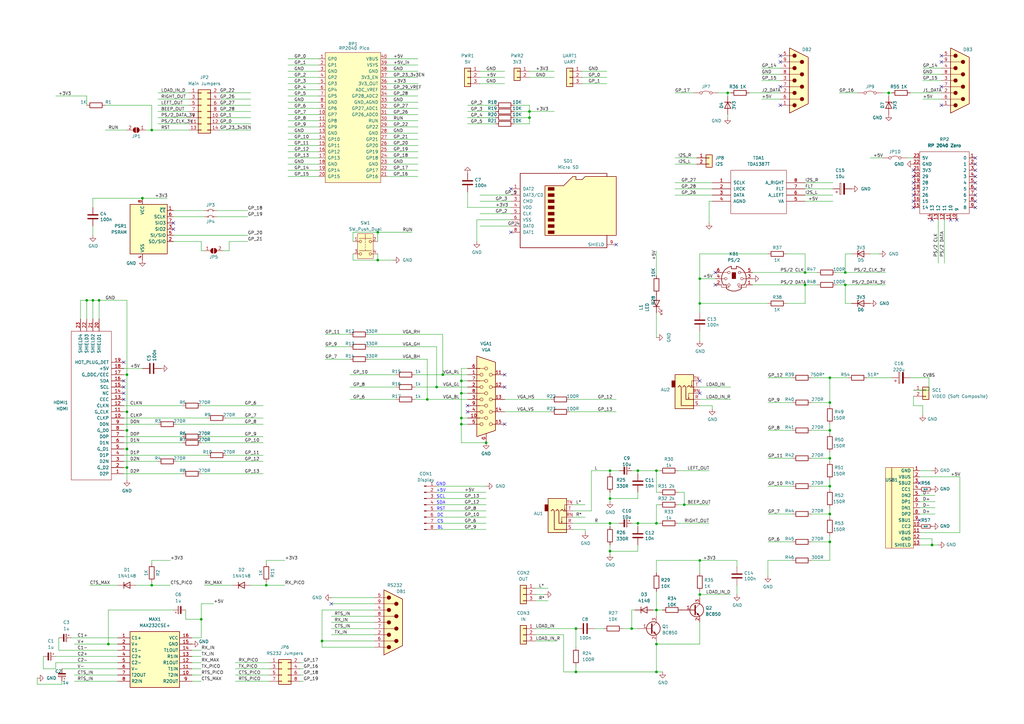
<source format=kicad_sch>
(kicad_sch (version 20231120) (generator "eeschema") (generator_version "8.0")
  (paper "A3")
  (title_block (title "Frank") (date "2024-10-23") (rev "1.12") (company "Mikhail Matveev") (comment 1 "https://rh1.dev") (comment 2 "xtreme@rh1.ru"))
  (junction (at 346.71 116.84))
  (junction (at 340.36 210.82))
  (junction (at 189.23 173.99))
  (junction (at 189.23 161.29))
  (junction (at 269.24 250.19))
  (junction (at 189.23 156.21))
  (junction (at 44.45 264.16))
  (junction (at 154.94 95.25))
  (junction (at 340.36 199.39))
  (junction (at 250.19 214.63))
  (junction (at 330.2 116.84))
  (junction (at 179.07 158.75))
  (junction (at 287.02 114.3))
  (junction (at 35.56 123.19))
  (junction (at 40.64 123.19))
  (junction (at 52.07 184.15))
  (junction (at 250.19 193.04))
  (junction (at 269.24 264.16))
  (junction (at 287.02 124.46))
  (junction (at 330.2 111.76))
  (junction (at 346.71 111.76))
  (junction (at 52.07 153.67))
  (junction (at 340.36 187.96))
  (junction (at 269.24 193.04))
  (junction (at 217.17 45.72))
  (junction (at 132.08 262.89))
  (junction (at 62.23 240.03))
  (junction (at 189.23 171.45))
  (junction (at 250.19 204.47))
  (junction (at 236.22 275.59))
  (junction (at 217.17 48.26))
  (junction (at 340.36 176.53))
  (junction (at 109.22 240.03))
  (junction (at 340.36 165.1))
  (junction (at 38.1 123.19))
  (junction (at 181.61 153.67))
  (junction (at 154.94 106.68))
  (junction (at 175.26 163.83))
  (junction (at 62.23 53.34))
  (junction (at 236.22 257.81))
  (junction (at 287.02 243.84))
  (junction (at 52.07 176.53))
  (junction (at 52.07 168.91))
  (junction (at 199.39 181.61))
  (junction (at 259.08 257.81))
  (junction (at 58.42 81.28))
  (junction (at 364.49 38.1))
  (junction (at 261.62 193.04))
  (junction (at 261.62 214.63))
  (junction (at 298.45 38.1))
  (junction (at 269.24 275.59))
  (junction (at 269.24 214.63))
  (junction (at 382.27 223.52))
  (junction (at 287.02 229.87))
  (junction (at 280.67 207.01))
  (junction (at 52.07 191.77))
  (junction (at 340.36 154.94))
  (junction (at 250.19 226.06))
  (junction (at 340.36 222.25))
  (junction (at 82.55 254))
  (no_connect (at 386.08 22.86))
  (no_connect (at 400.05 74.93))
  (no_connect (at 287.02 161.29))
  (no_connect (at 374.65 72.39))
  (no_connect (at 386.08 35.56))
  (no_connect (at 287.02 156.21))
  (no_connect (at 377.19 198.12))
  (no_connect (at 400.05 82.55))
  (no_connect (at 320.04 22.86))
  (no_connect (at 377.19 213.36))
  (no_connect (at 400.05 67.31))
  (no_connect (at 400.05 77.47))
  (no_connect (at 374.65 77.47))
  (no_connect (at 386.08 43.18))
  (no_connect (at 386.08 25.4))
  (no_connect (at 374.65 85.09))
  (no_connect (at 374.65 74.93))
  (no_connect (at 320.04 35.56))
  (no_connect (at 374.65 69.85))
  (no_connect (at 252.73 100.33))
  (no_connect (at 400.05 85.09))
  (no_connect (at 135.89 247.65))
  (no_connect (at 374.65 82.55))
  (no_connect (at 320.04 43.18))
  (no_connect (at 320.04 25.4))
  (no_connect (at 382.27 90.17))
  (no_connect (at 191.77 166.37))
  (no_connect (at 191.77 168.91))
  (no_connect (at 207.01 173.99))
  (no_connect (at 207.01 158.75))
  (no_connect (at 207.01 153.67))
  (no_connect (at 50.8 161.29))
  (no_connect (at 50.8 163.83))
  (no_connect (at 50.8 148.59))
  (no_connect (at 50.8 156.21))
  (no_connect (at 50.8 158.75))
  (no_connect (at 400.05 69.85))
  (no_connect (at 71.12 91.44))
  (no_connect (at 293.37 111.76))
  (no_connect (at 389.89 90.17))
  (no_connect (at 400.05 80.01))
  (no_connect (at 71.12 93.98))
  (no_connect (at 209.55 95.25))
  (no_connect (at 209.55 77.47))
  (no_connect (at 293.37 116.84))
  (no_connect (at 400.05 64.77))
  (no_connect (at 392.43 90.17))
  (no_connect (at 400.05 72.39))
  (no_connect (at 374.65 80.01))
  (wire (pts (xy 312.42 40.64) (xy 320.04 40.64)))
  (wire (pts (xy 78.74 261.62) (xy 82.55 261.62)))
  (wire (pts (xy 287.02 243.84) (xy 299.72 243.84)))
  (wire (pts (xy 133.35 137.16) (xy 143.51 137.16)))
  (wire (pts (xy 143.51 158.75) (xy 162.56 158.75)))
  (wire (pts (xy 118.11 49.53) (xy 130.81 49.53)))
  (wire (pts (xy 250.19 226.06) (xy 250.19 227.33)))
  (wire (pts (xy 132.08 265.43) (xy 132.08 262.89)))
  (wire (pts (xy 378.46 33.02) (xy 386.08 33.02)))
  (wire (pts (xy 269.24 113.03) (xy 269.24 102.87)))
  (wire (pts (xy 189.23 171.45) (xy 189.23 161.29)))
  (wire (pts (xy 217.17 50.8) (xy 210.82 50.8)))
  (wire (pts (xy 349.25 124.46) (xy 346.71 124.46)))
  (wire (pts (xy 332.74 187.96) (xy 340.36 187.96)))
  (wire (pts (xy 340.36 222.25) (xy 340.36 229.87)))
  (wire (pts (xy 181.61 153.67) (xy 191.77 153.67)))
  (wire (pts (xy 64.77 43.18) (xy 77.47 43.18)))
  (wire (pts (xy 135.89 247.65) (xy 153.67 247.65)))
  (wire (pts (xy 78.74 276.86) (xy 82.55 276.86)))
  (wire (pts (xy 62.23 43.18) (xy 43.18 43.18)))
  (wire (pts (xy 82.55 179.07) (xy 107.95 179.07)))
  (wire (pts (xy 72.39 189.23) (xy 107.95 189.23)))
  (wire (pts (xy 219.71 262.89) (xy 228.6 262.89)))
  (wire (pts (xy 52.07 184.15) (xy 52.07 191.77)))
  (wire (pts (xy 58.42 81.28) (xy 68.58 81.28)))
  (wire (pts (xy 330.2 80.01) (xy 341.63 80.01)))
  (wire (pts (xy 52.07 153.67) (xy 52.07 123.19)))
  (wire (pts (xy 154.94 95.25) (xy 168.91 95.25)))
  (wire (pts (xy 143.51 153.67) (xy 162.56 153.67)))
  (wire (pts (xy 55.88 240.03) (xy 62.23 240.03)))
  (wire (pts (xy 217.17 31.75) (xy 227.33 31.75)))
  (wire (pts (xy 92.71 186.69) (xy 107.95 186.69)))
  (wire (pts (xy 330.2 82.55) (xy 341.63 82.55)))
  (wire (pts (xy 254 193.04) (xy 250.19 193.04)))
  (wire (pts (xy 373.38 38.1) (xy 386.08 38.1)))
  (wire (pts (xy 378.46 30.48) (xy 386.08 30.48)))
  (wire (pts (xy 340.36 187.96) (xy 340.36 189.23)))
  (wire (pts (xy 96.52 279.4) (xy 110.49 279.4)))
  (wire (pts (xy 76.2 254) (xy 82.55 254)))
  (wire (pts (xy 64.77 40.64) (xy 77.47 40.64)))
  (wire (pts (xy 133.35 147.32) (xy 143.51 147.32)))
  (wire (pts (xy 234.95 209.55) (xy 242.57 209.55)))
  (wire (pts (xy 381 154.94) (xy 373.38 154.94)))
  (wire (pts (xy 158.75 24.13) (xy 171.45 24.13)))
  (wire (pts (xy 332.74 154.94) (xy 340.36 154.94)))
  (wire (pts (xy 78.74 271.78) (xy 82.55 271.78)))
  (wire (pts (xy 175.26 147.32) (xy 175.26 163.83)))
  (wire (pts (xy 372.11 64.77) (xy 374.65 64.77)))
  (wire (pts (xy 278.13 214.63) (xy 290.83 214.63)))
  (wire (pts (xy 267.97 250.19) (xy 269.24 250.19)))
  (wire (pts (xy 118.11 72.39) (xy 130.81 72.39)))
  (wire (pts (xy 151.13 147.32) (xy 175.26 147.32)))
  (wire (pts (xy 199.39 181.61) (xy 189.23 181.61)))
  (wire (pts (xy 64.77 48.26) (xy 77.47 48.26)))
  (wire (pts (xy 261.62 193.04) (xy 259.08 193.04)))
  (wire (pts (xy 314.96 187.96) (xy 325.12 187.96)))
  (wire (pts (xy 231.14 260.35) (xy 231.14 275.59)))
  (wire (pts (xy 118.11 54.61) (xy 130.81 54.61)))
  (wire (pts (xy 260.35 250.19) (xy 259.08 250.19)))
  (wire (pts (xy 123.19 271.78) (xy 124.46 271.78)))
  (wire (pts (xy 195.58 90.17) (xy 195.58 99.06)))
  (wire (pts (xy 158.75 46.99) (xy 171.45 46.99)))
  (wire (pts (xy 118.11 59.69) (xy 130.81 59.69)))
  (wire (pts (xy 158.75 62.23) (xy 171.45 62.23)))
  (wire (pts (xy 25.4 280.67) (xy 25.4 279.4)))
  (wire (pts (xy 330.2 77.47) (xy 341.63 77.47)))
  (wire (pts (xy 50.8 189.23) (xy 64.77 189.23)))
  (wire (pts (xy 377.19 220.98) (xy 382.27 220.98)))
  (wire (pts (xy 330.2 111.76) (xy 335.28 111.76)))
  (wire (pts (xy 71.12 96.52) (xy 101.6 96.52)))
  (wire (pts (xy 191.77 48.26) (xy 203.2 48.26)))
  (wire (pts (xy 269.24 193.04) (xy 270.51 193.04)))
  (wire (pts (xy 90.17 45.72) (xy 102.87 45.72)))
  (wire (pts (xy 118.11 46.99) (xy 130.81 46.99)))
  (wire (pts (xy 219.71 260.35) (xy 231.14 260.35)))
  (wire (pts (xy 269.24 242.57) (xy 269.24 250.19)))
  (wire (pts (xy 384.81 90.17) (xy 384.81 107.95)))
  (wire (pts (xy 52.07 123.19) (xy 40.64 123.19)))
  (wire (pts (xy 340.36 210.82) (xy 340.36 212.09)))
  (wire (pts (xy 312.42 27.94) (xy 320.04 27.94)))
  (wire (pts (xy 292.1 82.55) (xy 290.83 82.55)))
  (wire (pts (xy 236.22 273.05) (xy 236.22 275.59)))
  (wire (pts (xy 261.62 215.9) (xy 261.62 214.63)))
  (wire (pts (xy 189.23 161.29) (xy 191.77 161.29)))
  (wire (pts (xy 52.07 168.91) (xy 52.07 176.53)))
  (wire (pts (xy 52.07 176.53) (xy 52.07 184.15)))
  (wire (pts (xy 78.74 269.24) (xy 82.55 269.24)))
  (wire (pts (xy 29.21 261.62) (xy 48.26 261.62)))
  (wire (pts (xy 179.07 158.75) (xy 191.77 158.75)))
  (wire (pts (xy 96.52 274.32) (xy 110.49 274.32)))
  (wire (pts (xy 35.56 39.37) (xy 35.56 43.18)))
  (wire (pts (xy 38.1 92.71) (xy 38.1 96.52)))
  (wire (pts (xy 71.12 86.36) (xy 83.82 86.36)))
  (wire (pts (xy 109.22 238.76) (xy 109.22 240.03)))
  (wire (pts (xy 287.02 255.27) (xy 287.02 264.16)))
  (wire (pts (xy 158.75 41.91) (xy 171.45 41.91)))
  (wire (pts (xy 135.89 257.81) (xy 153.67 257.81)))
  (wire (pts (xy 280.67 207.01) (xy 278.13 207.01)))
  (wire (pts (xy 64.77 38.1) (xy 77.47 38.1)))
  (wire (pts (xy 135.89 255.27) (xy 153.67 255.27)))
  (wire (pts (xy 118.11 39.37) (xy 130.81 39.37)))
  (wire (pts (xy 90.17 48.26) (xy 102.87 48.26)))
  (wire (pts (xy 259.08 250.19) (xy 259.08 257.81)))
  (wire (pts (xy 158.75 36.83) (xy 171.45 36.83)))
  (wire (pts (xy 276.86 77.47) (xy 292.1 77.47)))
  (wire (pts (xy 314.96 199.39) (xy 325.12 199.39)))
  (wire (pts (xy 82.55 99.06) (xy 71.12 99.06)))
  (wire (pts (xy 118.11 67.31) (xy 130.81 67.31)))
  (wire (pts (xy 76.2 254) (xy 76.2 250.19)))
  (wire (pts (xy 340.36 154.94) (xy 340.36 165.1)))
  (wire (pts (xy 158.75 52.07) (xy 171.45 52.07)))
  (wire (pts (xy 62.23 238.76) (xy 62.23 240.03)))
  (wire (pts (xy 308.61 111.76) (xy 330.2 111.76)))
  (wire (pts (xy 365.76 38.1) (xy 364.49 38.1)))
  (wire (pts (xy 118.11 57.15) (xy 130.81 57.15)))
  (wire (pts (xy 287.02 229.87) (xy 287.02 234.95)))
  (wire (pts (xy 340.36 199.39) (xy 340.36 200.66)))
  (wire (pts (xy 287.02 242.57) (xy 287.02 243.84)))
  (wire (pts (xy 64.77 50.8) (xy 77.47 50.8)))
  (wire (pts (xy 234.95 207.01) (xy 240.03 207.01)))
  (wire (pts (xy 356.87 64.77) (xy 361.95 64.77)))
  (wire (pts (xy 123.19 274.32) (xy 124.46 274.32)))
  (wire (pts (xy 123.19 276.86) (xy 124.46 276.86)))
  (wire (pts (xy 340.36 208.28) (xy 340.36 210.82)))
  (wire (pts (xy 154.94 106.68) (xy 161.29 106.68)))
  (wire (pts (xy 90.17 43.18) (xy 102.87 43.18)))
  (wire (pts (xy 50.8 191.77) (xy 52.07 191.77)))
  (wire (pts (xy 346.71 104.14) (xy 346.71 111.76)))
  (wire (pts (xy 381 160.02) (xy 374.65 160.02)))
  (wire (pts (xy 240.03 217.17) (xy 240.03 218.44)))
  (wire (pts (xy 276.86 67.31) (xy 285.75 67.31)))
  (wire (pts (xy 261.62 201.93) (xy 261.62 204.47)))
  (wire (pts (xy 62.23 53.34) (xy 77.47 53.34)))
  (wire (pts (xy 269.24 229.87) (xy 287.02 229.87)))
  (wire (pts (xy 50.8 166.37) (xy 74.93 166.37)))
  (wire (pts (xy 287.02 166.37) (xy 292.1 166.37)))
  (wire (pts (xy 364.49 38.1) (xy 364.49 39.37)))
  (wire (pts (xy 38.1 123.19) (xy 38.1 130.81)))
  (wire (pts (xy 261.62 214.63) (xy 269.24 214.63)))
  (wire (pts (xy 40.64 123.19) (xy 40.64 130.81)))
  (wire (pts (xy 287.02 158.75) (xy 299.72 158.75)))
  (wire (pts (xy 118.11 62.23) (xy 130.81 62.23)))
  (wire (pts (xy 261.62 204.47) (xy 250.19 204.47)))
  (wire (pts (xy 123.19 279.4) (xy 124.46 279.4)))
  (wire (pts (xy 308.61 116.84) (xy 330.2 116.84)))
  (wire (pts (xy 361.95 38.1) (xy 364.49 38.1)))
  (wire (pts (xy 30.48 279.4) (xy 48.26 279.4)))
  (wire (pts (xy 154.94 106.68) (xy 154.94 104.14)))
  (wire (pts (xy 35.56 39.37) (xy 22.86 39.37)))
  (wire (pts (xy 393.7 195.58) (xy 393.7 218.44)))
  (wire (pts (xy 118.11 52.07) (xy 130.81 52.07)))
  (wire (pts (xy 287.02 229.87) (xy 302.26 229.87)))
  (wire (pts (xy 261.62 223.52) (xy 261.62 226.06)))
  (wire (pts (xy 330.2 74.93) (xy 341.63 74.93)))
  (wire (pts (xy 332.74 210.82) (xy 340.36 210.82)))
  (wire (pts (xy 377.19 203.2) (xy 383.54 203.2)))
  (wire (pts (xy 35.56 123.19) (xy 35.56 130.81)))
  (wire (pts (xy 233.68 163.83) (xy 252.73 163.83)))
  (wire (pts (xy 196.85 82.55) (xy 209.55 82.55)))
  (wire (pts (xy 210.82 45.72) (xy 217.17 45.72)))
  (wire (pts (xy 292.1 166.37) (xy 292.1 167.64)))
  (wire (pts (xy 191.77 78.74) (xy 191.77 85.09)))
  (wire (pts (xy 78.74 274.32) (xy 82.55 274.32)))
  (wire (pts (xy 135.89 260.35) (xy 153.67 260.35)))
  (wire (pts (xy 261.62 214.63) (xy 259.08 214.63)))
  (wire (pts (xy 175.26 163.83) (xy 191.77 163.83)))
  (wire (pts (xy 72.39 173.99) (xy 107.95 173.99)))
  (wire (pts (xy 250.19 201.93) (xy 250.19 204.47)))
  (wire (pts (xy 158.75 29.21) (xy 171.45 29.21)))
  (wire (pts (xy 158.75 39.37) (xy 171.45 39.37)))
  (wire (pts (xy 82.55 194.31) (xy 107.95 194.31)))
  (wire (pts (xy 269.24 214.63) (xy 270.51 214.63)))
  (wire (pts (xy 276.86 64.77) (xy 285.75 64.77)))
  (wire (pts (xy 287.02 124.46) (xy 287.02 128.27)))
  (wire (pts (xy 254 214.63) (xy 250.19 214.63)))
  (wire (pts (xy 50.8 176.53) (xy 52.07 176.53)))
  (wire (pts (xy 332.74 199.39) (xy 340.36 199.39)))
  (wire (pts (xy 154.94 95.25) (xy 144.78 95.25)))
  (wire (pts (xy 71.12 88.9) (xy 83.82 88.9)))
  (wire (pts (xy 50.8 186.69) (xy 85.09 186.69)))
  (wire (pts (xy 270.51 201.93) (xy 269.24 201.93)))
  (wire (pts (xy 50.8 194.31) (xy 74.93 194.31)))
  (wire (pts (xy 314.96 154.94) (xy 325.12 154.94)))
  (wire (pts (xy 179.07 142.24) (xy 179.07 158.75)))
  (wire (pts (xy 143.51 163.83) (xy 162.56 163.83)))
  (wire (pts (xy 64.77 45.72) (xy 77.47 45.72)))
  (wire (pts (xy 238.76 34.29) (xy 248.92 34.29)))
  (wire (pts (xy 196.85 80.01) (xy 209.55 80.01)))
  (wire (pts (xy 116.84 229.87) (xy 109.22 229.87)))
  (wire (pts (xy 287.02 163.83) (xy 299.72 163.83)))
  (wire (pts (xy 382.27 223.52) (xy 384.81 223.52)))
  (wire (pts (xy 158.75 67.31) (xy 171.45 67.31)))
  (wire (pts (xy 280.67 207.01) (xy 290.83 207.01)))
  (wire (pts (xy 294.64 38.1) (xy 298.45 38.1)))
  (wire (pts (xy 269.24 138.43) (xy 269.24 128.27)))
  (wire (pts (xy 210.82 48.26) (xy 217.17 48.26)))
  (wire (pts (xy 132.08 250.19) (xy 153.67 250.19)))
  (wire (pts (xy 332.74 176.53) (xy 340.36 176.53)))
  (wire (pts (xy 35.56 123.19) (xy 33.02 123.19)))
  (wire (pts (xy 269.24 229.87) (xy 269.24 234.95)))
  (wire (pts (xy 234.95 214.63) (xy 250.19 214.63)))
  (wire (pts (xy 250.19 223.52) (xy 250.19 226.06)))
  (wire (pts (xy 219.71 257.81) (xy 236.22 257.81)))
  (wire (pts (xy 102.87 240.03) (xy 109.22 240.03)))
  (wire (pts (xy 269.24 264.16) (xy 287.02 264.16)))
  (wire (pts (xy 219.71 243.84) (xy 223.52 243.84)))
  (wire (pts (xy 154.94 99.06) (xy 154.94 95.25)))
  (wire (pts (xy 50.8 171.45) (xy 85.09 171.45)))
  (wire (pts (xy 217.17 48.26) (xy 217.17 50.8)))
  (wire (pts (xy 158.75 59.69) (xy 171.45 59.69)))
  (wire (pts (xy 261.62 226.06) (xy 250.19 226.06)))
  (wire (pts (xy 191.77 45.72) (xy 203.2 45.72)))
  (wire (pts (xy 92.71 171.45) (xy 107.95 171.45)))
  (wire (pts (xy 189.23 171.45) (xy 191.77 171.45)))
  (wire (pts (xy 144.78 106.68) (xy 154.94 106.68)))
  (wire (pts (xy 15.24 280.67) (xy 25.4 280.67)))
  (wire (pts (xy 88.9 86.36) (xy 101.6 86.36)))
  (wire (pts (xy 83.82 240.03) (xy 95.25 240.03)))
  (wire (pts (xy 118.11 69.85) (xy 130.81 69.85)))
  (wire (pts (xy 196.85 29.21) (xy 207.01 29.21)))
  (wire (pts (xy 50.8 181.61) (xy 74.93 181.61)))
  (wire (pts (xy 340.36 229.87) (xy 332.74 229.87)))
  (wire (pts (xy 322.58 104.14) (xy 330.2 104.14)))
  (wire (pts (xy 50.8 184.15) (xy 52.07 184.15)))
  (wire (pts (xy 287.02 124.46) (xy 287.02 114.3)))
  (wire (pts (xy 90.17 53.34) (xy 102.87 53.34)))
  (wire (pts (xy 381 160.02) (xy 381 154.94)))
  (wire (pts (xy 82.55 254) (xy 82.55 261.62)))
  (wire (pts (xy 276.86 80.01) (xy 292.1 80.01)))
  (wire (pts (xy 269.24 275.59) (xy 271.78 275.59)))
  (wire (pts (xy 233.68 168.91) (xy 252.73 168.91)))
  (wire (pts (xy 135.89 245.11) (xy 153.67 245.11)))
  (wire (pts (xy 276.86 38.1) (xy 284.48 38.1)))
  (wire (pts (xy 50.8 173.99) (xy 64.77 173.99)))
  (wire (pts (xy 330.2 124.46) (xy 330.2 116.84)))
  (wire (pts (xy 346.71 116.84) (xy 363.22 116.84)))
  (wire (pts (xy 109.22 229.87) (xy 109.22 231.14)))
  (wire (pts (xy 290.83 82.55) (xy 290.83 91.44)))
  (wire (pts (xy 50.8 179.07) (xy 74.93 179.07)))
  (wire (pts (xy 287.02 135.89) (xy 287.02 139.7)))
  (wire (pts (xy 50.8 153.67) (xy 52.07 153.67)))
  (wire (pts (xy 250.19 193.04) (xy 250.19 194.31)))
  (wire (pts (xy 378.46 27.94) (xy 386.08 27.94)))
  (wire (pts (xy 170.18 158.75) (xy 179.07 158.75)))
  (wire (pts (xy 82.55 181.61) (xy 107.95 181.61)))
  (wire (pts (xy 255.27 257.81) (xy 259.08 257.81)))
  (wire (pts (xy 207.01 168.91) (xy 226.06 168.91)))
  (wire (pts (xy 52.07 168.91) (xy 52.07 153.67)))
  (wire (pts (xy 30.48 276.86) (xy 48.26 276.86)))
  (wire (pts (xy 236.22 275.59) (xy 269.24 275.59)))
  (wire (pts (xy 340.36 165.1) (xy 340.36 166.37)))
  (wire (pts (xy 269.24 207.01) (xy 269.24 214.63)))
  (wire (pts (xy 340.36 154.94) (xy 347.98 154.94)))
  (wire (pts (xy 179.07 201.93) (xy 199.39 201.93)))
  (wire (pts (xy 378.46 166.37) (xy 378.46 170.18)))
  (wire (pts (xy 62.23 240.03) (xy 69.85 240.03)))
  (wire (pts (xy 181.61 137.16) (xy 181.61 153.67)))
  (wire (pts (xy 261.62 193.04) (xy 269.24 193.04)))
  (wire (pts (xy 158.75 72.39) (xy 171.45 72.39)))
  (wire (pts (xy 269.24 250.19) (xy 269.24 252.73)))
  (wire (pts (xy 170.18 163.83) (xy 175.26 163.83)))
  (wire (pts (xy 179.07 204.47) (xy 199.39 204.47)))
  (wire (pts (xy 314.96 104.14) (xy 287.02 104.14)))
  (wire (pts (xy 158.75 57.15) (xy 171.45 57.15)))
  (wire (pts (xy 261.62 194.31) (xy 261.62 193.04)))
  (wire (pts (xy 207.01 163.83) (xy 226.06 163.83)))
  (wire (pts (xy 377.19 208.28) (xy 383.54 208.28)))
  (wire (pts (xy 340.36 173.99) (xy 340.36 176.53)))
  (wire (pts (xy 344.17 38.1) (xy 351.79 38.1)))
  (wire (pts (xy 191.77 50.8) (xy 203.2 50.8)))
  (wire (pts (xy 377.19 205.74) (xy 383.54 205.74)))
  (wire (pts (xy 90.17 38.1) (xy 102.87 38.1)))
  (wire (pts (xy 22.86 269.24) (xy 48.26 269.24)))
  (wire (pts (xy 189.23 161.29) (xy 189.23 156.21)))
  (wire (pts (xy 82.55 102.87) (xy 82.55 99.06)))
  (wire (pts (xy 189.23 156.21) (xy 189.23 151.13)))
  (wire (pts (xy 340.36 185.42) (xy 340.36 187.96)))
  (wire (pts (xy 69.85 229.87) (xy 62.23 229.87)))
  (wire (pts (xy 287.02 114.3) (xy 293.37 114.3)))
  (wire (pts (xy 158.75 31.75) (xy 171.45 31.75)))
  (wire (pts (xy 356.87 104.14) (xy 360.68 104.14)))
  (wire (pts (xy 314.96 165.1) (xy 325.12 165.1)))
  (wire (pts (xy 43.18 53.34) (xy 52.07 53.34)))
  (wire (pts (xy 278.13 193.04) (xy 290.83 193.04)))
  (wire (pts (xy 151.13 142.24) (xy 179.07 142.24)))
  (wire (pts (xy 144.78 104.14) (xy 144.78 106.68)))
  (wire (pts (xy 346.71 116.84) (xy 342.9 116.84)))
  (wire (pts (xy 312.42 30.48) (xy 320.04 30.48)))
  (wire (pts (xy 118.11 44.45) (xy 130.81 44.45)))
  (wire (pts (xy 50.8 151.13) (xy 58.42 151.13)))
  (wire (pts (xy 118.11 36.83) (xy 130.81 36.83)))
  (wire (pts (xy 196.85 92.71) (xy 209.55 92.71)))
  (wire (pts (xy 91.44 102.87) (xy 93.98 102.87)))
  (wire (pts (xy 314.96 210.82) (xy 325.12 210.82)))
  (wire (pts (xy 234.95 212.09) (xy 240.03 212.09)))
  (wire (pts (xy 158.75 26.67) (xy 171.45 26.67)))
  (wire (pts (xy 236.22 257.81) (xy 236.22 265.43)))
  (wire (pts (xy 44.45 250.19) (xy 44.45 264.16)))
  (wire (pts (xy 302.26 229.87) (xy 302.26 232.41)))
  (wire (pts (xy 269.24 193.04) (xy 269.24 201.93)))
  (wire (pts (xy 135.89 252.73) (xy 153.67 252.73)))
  (wire (pts (xy 346.71 111.76) (xy 363.22 111.76)))
  (wire (pts (xy 387.35 90.17) (xy 387.35 107.95)))
  (wire (pts (xy 250.19 214.63) (xy 250.19 215.9)))
  (wire (pts (xy 314.96 222.25) (xy 325.12 222.25)))
  (wire (pts (xy 118.11 29.21) (xy 130.81 29.21)))
  (wire (pts (xy 189.23 151.13) (xy 191.77 151.13)))
  (wire (pts (xy 82.55 166.37) (xy 107.95 166.37)))
  (wire (pts (xy 299.72 38.1) (xy 298.45 38.1)))
  (wire (pts (xy 346.71 124.46) (xy 346.71 116.84)))
  (wire (pts (xy 234.95 217.17) (xy 240.03 217.17)))
  (wire (pts (xy 118.11 26.67) (xy 130.81 26.67)))
  (wire (pts (xy 276.86 74.93) (xy 292.1 74.93)))
  (wire (pts (xy 349.25 104.14) (xy 346.71 104.14)))
  (wire (pts (xy 196.85 34.29) (xy 207.01 34.29)))
  (wire (pts (xy 210.82 43.18) (xy 217.17 43.18)))
  (wire (pts (xy 179.07 217.17) (xy 199.39 217.17)))
  (wire (pts (xy 15.24 280.67) (xy 15.24 278.13)))
  (wire (pts (xy 44.45 264.16) (xy 48.26 264.16)))
  (wire (pts (xy 38.1 81.28) (xy 58.42 81.28)))
  (wire (pts (xy 314.96 124.46) (xy 287.02 124.46)))
  (wire (pts (xy 62.23 229.87) (xy 62.23 231.14)))
  (wire (pts (xy 378.46 40.64) (xy 386.08 40.64)))
  (wire (pts (xy 325.12 229.87) (xy 314.96 229.87)))
  (wire (pts (xy 330.2 116.84) (xy 335.28 116.84)))
  (wire (pts (xy 332.74 222.25) (xy 340.36 222.25)))
  (wire (pts (xy 62.23 43.18) (xy 62.23 53.34)))
  (wire (pts (xy 393.7 218.44) (xy 377.19 218.44)))
  (wire (pts (xy 25.4 274.32) (xy 48.26 274.32)))
  (wire (pts (xy 158.75 49.53) (xy 171.45 49.53)))
  (wire (pts (xy 158.75 34.29) (xy 171.45 34.29)))
  (wire (pts (xy 36.83 240.03) (xy 48.26 240.03)))
  (wire (pts (xy 90.17 40.64) (xy 102.87 40.64)))
  (wire (pts (xy 219.71 241.3) (xy 224.79 241.3)))
  (wire (pts (xy 219.71 246.38) (xy 224.79 246.38)))
  (wire (pts (xy 17.78 269.24) (xy 17.78 274.32)))
  (wire (pts (xy 196.85 31.75) (xy 207.01 31.75)))
  (wire (pts (xy 322.58 124.46) (xy 330.2 124.46)))
  (wire (pts (xy 280.67 201.93) (xy 280.67 207.01)))
  (wire (pts (xy 93.98 102.87) (xy 93.98 99.06)))
  (wire (pts (xy 332.74 165.1) (xy 340.36 165.1)))
  (wire (pts (xy 259.08 257.81) (xy 261.62 257.81)))
  (wire (pts (xy 158.75 44.45) (xy 171.45 44.45)))
  (wire (pts (xy 191.77 43.18) (xy 203.2 43.18)))
  (wire (pts (xy 250.19 204.47) (xy 250.19 205.74)))
  (wire (pts (xy 82.55 254) (xy 82.55 247.65)))
  (wire (pts (xy 269.24 264.16) (xy 269.24 275.59)))
  (wire (pts (xy 270.51 207.01) (xy 269.24 207.01)))
  (wire (pts (xy 242.57 193.04) (xy 242.57 209.55)))
  (wire (pts (xy 298.45 46.99) (xy 298.45 48.26)))
  (wire (pts (xy 238.76 31.75) (xy 248.92 31.75)))
  (wire (pts (xy 382.27 220.98) (xy 382.27 223.52)))
  (wire (pts (xy 78.74 279.4) (xy 82.55 279.4)))
  (wire (pts (xy 269.24 250.19) (xy 271.78 250.19)))
  (wire (pts (xy 133.35 142.24) (xy 143.51 142.24)))
  (wire (pts (xy 179.07 199.39) (xy 199.39 199.39)))
  (wire (pts (xy 191.77 85.09) (xy 209.55 85.09)))
  (wire (pts (xy 179.07 214.63) (xy 199.39 214.63)))
  (wire (pts (xy 340.36 196.85) (xy 340.36 199.39)))
  (wire (pts (xy 38.1 81.28) (xy 38.1 85.09)))
  (wire (pts (xy 158.75 54.61) (xy 171.45 54.61)))
  (wire (pts (xy 374.65 166.37) (xy 374.65 162.56)))
  (wire (pts (xy 17.78 274.32) (xy 22.86 274.32)))
  (wire (pts (xy 196.85 87.63) (xy 209.55 87.63)))
  (wire (pts (xy 118.11 41.91) (xy 130.81 41.91)))
  (wire (pts (xy 377.19 210.82) (xy 383.54 210.82)))
  (wire (pts (xy 40.64 123.19) (xy 38.1 123.19)))
  (wire (pts (xy 158.75 64.77) (xy 171.45 64.77)))
  (wire (pts (xy 132.08 262.89) (xy 153.67 262.89)))
  (wire (pts (xy 24.13 266.7) (xy 48.26 266.7)))
  (wire (pts (xy 377.19 195.58) (xy 393.7 195.58)))
  (wire (pts (xy 132.08 265.43) (xy 153.67 265.43)))
  (wire (pts (xy 269.24 262.89) (xy 269.24 264.16)))
  (wire (pts (xy 217.17 43.18) (xy 217.17 45.72)))
  (wire (pts (xy 314.96 176.53) (xy 325.12 176.53)))
  (wire (pts (xy 33.02 123.19) (xy 33.02 130.81)))
  (wire (pts (xy 189.23 181.61) (xy 189.23 173.99)))
  (wire (pts (xy 179.07 212.09) (xy 199.39 212.09)))
  (wire (pts (xy 377.19 193.04) (xy 382.27 193.04)))
  (wire (pts (xy 355.6 154.94) (xy 365.76 154.94)))
  (wire (pts (xy 330.2 104.14) (xy 330.2 111.76)))
  (wire (pts (xy 195.58 90.17) (xy 209.55 90.17)))
  (wire (pts (xy 298.45 38.1) (xy 298.45 39.37)))
  (wire (pts (xy 312.42 33.02) (xy 320.04 33.02)))
  (wire (pts (xy 287.02 243.84) (xy 287.02 245.11)))
  (wire (pts (xy 374.65 166.37) (xy 378.46 166.37)))
  (wire (pts (xy 238.76 29.21) (xy 248.92 29.21)))
  (wire (pts (xy 118.11 31.75) (xy 130.81 31.75)))
  (wire (pts (xy 132.08 262.89) (xy 132.08 250.19)))
  (wire (pts (xy 52.07 191.77) (xy 52.07 196.85)))
  (wire (pts (xy 151.13 137.16) (xy 181.61 137.16)))
  (wire (pts (xy 82.55 102.87) (xy 83.82 102.87)))
  (wire (pts (xy 307.34 38.1) (xy 320.04 38.1)))
  (wire (pts (xy 287.02 104.14) (xy 287.02 114.3)))
  (wire (pts (xy 189.23 173.99) (xy 189.23 171.45)))
  (wire (pts (xy 50.8 168.91) (xy 52.07 168.91)))
  (wire (pts (xy 340.36 219.71) (xy 340.36 222.25)))
  (wire (pts (xy 377.19 223.52) (xy 382.27 223.52)))
  (wire (pts (xy 24.13 261.62) (xy 24.13 266.7)))
  (wire (pts (xy 90.17 50.8) (xy 102.87 50.8)))
  (wire (pts (xy 109.22 240.03) (xy 116.84 240.03)))
  (wire (pts (xy 96.52 271.78) (xy 110.49 271.78)))
  (wire (pts (xy 78.74 266.7) (xy 82.55 266.7)))
  (wire (pts (xy 242.57 193.04) (xy 250.19 193.04)))
  (wire (pts (xy 118.11 24.13) (xy 130.81 24.13)))
  (wire (pts (xy 22.86 274.32) (xy 22.86 271.78)))
  (wire (pts (xy 217.17 45.72) (xy 217.17 48.26)))
  (wire (pts (xy 158.75 69.85) (xy 171.45 69.85)))
  (wire (pts (xy 82.55 247.65) (xy 87.63 247.65)))
  (wire (pts (xy 96.52 276.86) (xy 110.49 276.86)))
  (wire (pts (xy 71.12 250.19) (xy 44.45 250.19)))
  (wire (pts (xy 38.1 123.19) (xy 35.56 123.19)))
  (wire (pts (xy 243.84 257.81) (xy 247.65 257.81)))
  (wire (pts (xy 217.17 29.21) (xy 227.33 29.21)))
  (wire (pts (xy 314.96 229.87) (xy 314.96 236.22)))
  (wire (pts (xy 93.98 99.06) (xy 101.6 99.06)))
  (wire (pts (xy 217.17 45.72) (xy 227.33 45.72)))
  (wire (pts (xy 302.26 240.03) (xy 302.26 243.84)))
  (wire (pts (xy 179.07 209.55) (xy 199.39 209.55)))
  (wire (pts (xy 179.07 207.01) (xy 199.39 207.01)))
  (wire (pts (xy 189.23 156.21) (xy 191.77 156.21)))
  (wire (pts (xy 22.86 271.78) (xy 48.26 271.78)))
  (wire (pts (xy 118.11 34.29) (xy 130.81 34.29)))
  (wire (pts (xy 346.71 111.76) (xy 342.9 111.76)))
  (wire (pts (xy 278.13 201.93) (xy 280.67 201.93)))
  (wire (pts (xy 118.11 64.77) (xy 130.81 64.77)))
  (wire (pts (xy 88.9 88.9) (xy 101.6 88.9)))
  (wire (pts (xy 170.18 153.67) (xy 181.61 153.67)))
  (wire (pts (xy 59.69 53.34) (xy 62.23 53.34)))
  (wire (pts (xy 231.14 275.59) (xy 236.22 275.59)))
  (wire (pts (xy 30.48 264.16) (xy 44.45 264.16)))
  (wire (pts (xy 189.23 173.99) (xy 191.77 173.99)))
  (wire (pts (xy 144.78 95.25) (xy 144.78 99.06)))
  (wire (pts (xy 340.36 176.53) (xy 340.36 177.8)))
  (text "+5V" (at 180.848 201.168 0) (effects (font (size 1.27 1.27))))
  (text "BL" (at 180.594 216.408 0) (effects (font (size 1.27 1.27))))
  (text "SDA" (at 180.848 206.248 0) (effects (font (size 1.27 1.27))))
  (text "DC" (at 180.594 211.328 0) (effects (font (size 1.27 1.27))))
  (text "GND\n" (at 180.848 198.628 0) (effects (font (size 1.27 1.27))))
  (text "RST" (at 180.848 208.788 0) (effects (font (size 1.27 1.27))))
  (text "CS" (at 180.594 213.868 0) (effects (font (size 1.27 1.27))))
  (text "SCL" (at 180.848 203.708 0) (effects (font (size 1.27 1.27))))
  (label "R*" (at 236.22 212.09 0))
  (label "RX_IN" (at 82.55 266.7 0))
  (label "TX_PICO" (at 82.55 274.32 0))
  (label "+5V" (at 389.89 195.58 0))
  (label "GP_27" (at 279.4 74.93 0))
  (label "GND" (at 241.3 29.21 0))
  (label "GP_12" (at 245.11 163.83 0))
  (label "GP_10" (at 314.96 199.39 0))
  (label "GP_20" (at 161.29 59.69 0))
  (label "GP_3" (at 193.04 45.72 0))
  (label "RUN" (at 44.45 53.34 0))
  (label "+5V_in" (at 161.29 26.67 0))
  (label "GP_22" (at 161.29 52.07 0))
  (label "GP_18" (at 101.6 86.36 0))
  (label "LOAD_IN_D" (at 289.56 243.84 0))
  (label "+5V" (at 199.39 31.75 0))
  (label "GND" (at 312.42 30.48 0))
  (label "GP_17" (at 124.46 271.78 0))
  (label "GP_13" (at 100.33 194.31 0))
  (label "GP_7" (at 120.65 46.99 0))
  (label "GP_7" (at 314.96 210.82 0))
  (label "FLT" (at 330.2 77.47 0))
  (label "+3V3" (at 219.71 45.72 0))
  (label "PS{slash}2 CLK" (at 384.81 105.41 90))
  (label "GP_6" (at 314.96 222.25 0))
  (label "BEEP_OUT" (at 66.04 45.72 0))
  (label "GP_21" (at 101.6 99.06 0))
  (label "PS{slash}2_DATA_3V" (at 363.22 116.84 180))
  (label "GP_28" (at 161.29 39.37 0))
  (label "GP_12" (at 100.33 189.23 0))
  (label "GP_13" (at 120.65 64.77 0))
  (label "GP_2" (at 120.65 31.75 0))
  (label "GP_1" (at 90.17 48.26 0))
  (label "GP_6" (at 144.78 163.83 0))
  (label "+5V" (at 161.29 24.13 0))
  (label "CTS_IN" (at 31.75 276.86 0))
  (label "GP_15" (at 378.46 33.02 0))
  (label "GP_17" (at 161.29 69.85 0))
  (label "I2S_L" (at 330.2 80.01 0))
  (label "GP_14" (at 312.42 27.94 0))
  (label "LOAD_IN" (at 289.56 158.75 0))
  (label "GP_0" (at 241.3 31.75 0))
  (label "GP_9" (at 120.65 52.07 0))
  (label "GP_11" (at 314.96 187.96 0))
  (label "GP_14" (at 120.65 69.85 0))
  (label "RTS_IN" (at 137.16 252.73 0))
  (label "GP_8" (at 120.65 49.53 0))
  (label "GP_1" (at 241.3 34.29 0))
  (label "GP_23_3v3EN" (at 161.29 31.75 0))
  (label "D0P" (at 53.34 179.07 0))
  (label "GND" (at 120.65 29.21 0))
  (label "GP_27" (at 161.29 44.45 0))
  (label "GP_22" (at 90.17 38.1 0))
  (label "GP_9" (at 100.33 179.07 0))
  (label "GP_11" (at 100.33 186.69 0))
  (label "+5V" (at 53.34 151.13 0))
  (label "RX_IN" (at 137.16 255.27 0))
  (label "GP_9" (at 133.35 142.24 0))
  (label "C1+" (at 31.75 261.62 0))
  (label "GP_5" (at 120.65 39.37 0))
  (label "GND" (at 161.29 29.21 0))
  (label "C2+" (at 31.75 269.24 0))
  (label "GP_19" (at 161.29 62.23 0))
  (label "GP_19" (at 124.46 279.4 0))
  (label "GP_9" (at 314.96 165.1 0))
  (label "GP_27" (at 90.17 43.18 0))
  (label "+5V" (at 331.47 82.55 0))
  (label "CTS_MAX" (at 82.55 279.4 0))
  (label "GND" (at 161.29 41.91 0))
  (label "GP_12" (at 190.5 207.01 0))
  (label "I2S_R" (at 330.2 74.93 0))
  (label "RX_PICO" (at 97.79 271.78 0))
  (label "D2P" (at 53.34 194.31 0))
  (label "+3V3" (at 63.5 81.28 0))
  (label "GP_20" (at 101.6 96.52 0))
  (label "GP_26" (at 90.17 40.64 0))
  (label "CLKN" (at 53.34 166.37 0))
  (label "PS{slash}2 DATA" (at 320.04 116.84 0))
  (label "+3V3" (at 288.29 229.87 0))
  (label "+5V" (at 87.63 247.65 0))
  (label "GND" (at 43.18 123.19 0))
  (label "VGA_VS" (at 212.09 168.91 0))
  (label "C2-" (at 31.75 271.78 0))
  (label "GP_1" (at 120.65 26.67 0))
  (label "GP_28" (at 279.4 77.47 0))
  (label "TX_IN" (at 137.16 260.35 0))
  (label "RX_MAX" (at 82.55 271.78 0))
  (label "GP_17" (at 276.86 38.1 0))
  (label "+3V3" (at 161.29 34.29 0))
  (label "D1P" (at 53.34 186.69 0))
  (label "GP_13" (at 245.11 168.91 0))
  (label "GP_14" (at 378.46 27.94 0))
  (label "GP_29_VREF" (at 161.29 36.83 0))
  (label "LEFT_OUT" (at 281.94 193.04 0))
  (label "RTS_IN" (at 31.75 279.4 0))
  (label "RX_PICO" (at 116.84 240.03 0))
  (label "GP_0" (at 120.65 24.13 0))
  (label "C1-" (at 31.75 266.7 0))
  (label "L*" (at 236.22 207.01 0))
  (label "V+" (at 31.75 264.16 0))
  (label "+3V3" (at 116.84 229.87 0))
  (label "LEFT_OUT" (at 66.04 43.18 0))
  (label "GND" (at 161.29 54.61 0))
  (label "GP_12" (at 314.96 154.94 0))
  (label "LOAD_IN_R" (at 219.71 262.89 0))
  (label "D1N" (at 53.34 181.61 0))
  (label "GP_12" (at 120.65 62.23 0))
  (label "GP_10" (at 144.78 153.67 0))
  (label "LOAD_IN" (at 219.71 257.81 0))
  (label "GP_8" (at 144.78 158.75 0))
  (label "+5V" (at 378.46 40.64 0))
  (label "GP_18" (at 161.29 64.77 0))
  (label "GP_6" (at 120.65 44.45 0))
  (label "+3V3" (at 29.21 39.37 180))
  (label "GP_10" (at 190.5 212.09 0))
  (label "GP_6" (at 100.33 166.37 0))
  (label "RTS_PICO" (at 82.55 276.86 0))
  (label "D-" (at 378.46 208.28 0))
  (label "GP_5" (at 193.04 50.8 0))
  (label "GP_21" (at 161.29 57.15 0))
  (label "L*" (at 220.98 241.3 0))
  (label "VGA_BH" (at 165.1 147.32 0))
  (label "VGA_RH" (at 165.1 137.16 0))
  (label "+5V" (at 312.42 40.64 0))
  (label "GP_2" (at 203.2 87.63 0))
  (label "GP_0" (at 90.17 50.8 0))
  (label "GND" (at 161.29 67.31 0))
  (label "V-" (at 31.75 274.32 0))
  (label "PS{slash}2_DATA_3V" (at 66.04 48.26 0))
  (label "GP_6" (at 190.5 214.63 0))
  (label "J1_DATA" (at 378.46 38.1 0))
  (label "VGA_GH" (at 165.1 142.24 0))
  (label "GND" (at 120.65 41.91 0))
  (label "GP_10" (at 120.65 57.15 0))
  (label "VGA_BL" (at 181.61 163.83 0))
  (label "GP_13" (at 190.5 204.47 0))
  (label "LOAD_IN_R" (at 289.56 163.83 0))
  (label "J2_DATA" (at 312.42 38.1 0))
  (label "CLKP" (at 53.34 171.45 0))
  (label "VGA_RL" (at 181.61 153.67 0))
  (label "RUN" (at 165.1 95.25 0))
  (label "RTS_PICO" (at 97.79 279.4 0))
  (label "GND" (at 120.65 54.61 0))
  (label "D-" (at 378.46 203.2 0))
  (label "LOAD_IN_D" (at 66.04 38.1 0))
  (label "GND" (at 120.65 67.31 0))
  (label "GP_8" (at 100.33 173.99 0))
  (label "GP_5" (at 207.01 80.01 0))
  (label "+5V" (at 269.24 106.68 90))
  (label "RST" (at 66.04 53.34 0))
  (label "L" (at 243.84 193.04 0))
  (label "GP_16" (at 344.17 38.1 0))
  (label "GND" (at 378.46 30.48 0))
  (label "RIGHT_OUT" (at 280.67 214.63 0))
  (label "GP_26" (at 279.4 80.01 0))
  (label "GP_4" (at 208.28 92.71 0))
  (label "+5V" (at 288.29 114.3 0))
  (label "GP_2" (at 193.04 43.18 0))
  (label "TX_IN" (at 82.55 269.24 0))
  (label "+3V3" (at 69.85 229.87 0))
  (label "CTS_PICO" (at 97.79 276.86 0))
  (label "GP_11" (at 133.35 137.16 0))
  (label "GND" (at 199.39 34.29 0))
  (label "GP_3" (at 203.2 82.55 0))
  (label "GP_8" (at 314.96 176.53 0))
  (label "RUN" (at 161.29 49.53 0))
  (label "GP_18" (at 124.46 276.86 0))
  (label "CTS_IN" (at 137.16 257.81 0))
  (label "GP_19" (at 101.6 88.9 0))
  (label "PS{slash}2_CLK_3V" (at 363.22 111.76 180))
  (label "GP_3" (at 120.65 34.29 0))
  (label "CTS_PICO" (at 69.85 240.03 0))
  (label "CVBS" (at 378.46 154.94 0))
  (label "PS{slash}2_CLK_3V" (at 66.04 50.8 0))
  (label "GP_26" (at 161.29 46.99 0))
  (label "GP_23_3v3EN" (at 90.17 53.34 0))
  (label "GP_4" (at 120.65 36.83 0))
  (label "R*" (at 220.98 246.38 0))
  (label "GP_16" (at 161.29 72.39 0))
  (label "GP_11" (at 120.65 59.69 0))
  (label "GP_8" (at 190.5 209.55 0))
  (label "GP_7" (at 133.35 147.32 0))
  (label "GP_15" (at 312.42 33.02 0))
  (label "R" (at 243.84 214.63 0))
  (label "TX_PICO" (at 97.79 274.32 0))
  (label "VGA_GL" (at 181.61 158.75 0))
  (label "GND" (at 219.71 31.75 0))
  (label "+5V" (at 358.14 64.77 0))
  (label "+3V3" (at 219.71 29.21 0))
  (label "I2S_R" (at 278.13 64.77 0))
  (label "GP_28" (at 90.17 45.72 0))
  (label "I2S_L" (at 278.13 67.31 0))
  (label "GP_10" (at 100.33 181.61 0))
  (label "D+" (at 378.46 210.82 0))
  (label "+3V3" (at 203.2 85.09 0))
  (label "D2N" (at 53.34 189.23 0))
  (label "BEEP_OUT" (at 281.94 207.01 0))
  (label "VGA_HS" (at 212.09 163.83 0))
  (label "PS{slash}2 CLK" (at 320.04 111.76 0))
  (label "PS{slash}2 DATA" (at 387.35 105.41 90))
  (label "GP_9" (at 190.5 217.17 0))
  (label "D+" (at 378.46 205.74 0))
  (label "GP_16" (at 124.46 274.32 0))
  (label "RIGHT_OUT" (at 66.04 40.64 0))
  (label "GP_4" (at 193.04 48.26 0))
  (label "CTS_MAX" (at 36.83 240.03 0))
  (label "GND" (at 199.39 29.21 0))
  (label "GP_7" (at 100.33 171.45 0))
  (label "RX_MAX" (at 83.82 240.03 0))
  (label "+5V" (at 190.5 201.93 0))
  (label "GP_15" (at 120.65 72.39 0))
  (label "D0N" (at 53.34 173.99 0))
  (symbol (lib_id "Device:R") (at 303.53 38.1 90) (unit 1)
    (property "Reference" "R36" (at 300.99 35.56 90))
    (property "Value" "1K" (at 304.8 35.56 90))
    (property "Footprint" "Resistor_SMD:R_0805_2012Metric_Pad1.20x1.40mm_HandSolder" (effects (hide yes)))
  )
  (symbol (lib_id "Diode:1N4148") (at 99.06 240.03 0) (unit 1)
    (property "Reference" "D2" (at 99.06 233.68 0))
    (property "Value" "1N4148" (at 99.06 236.22 0))
    (property "Footprint" "LIBS:R_0805_PLUS" (effects (hide yes)))
    (property "Datasheet" "https://assets.nexperia.com/documents/data-sheet/1N4148_1N4448.pdf" (effects (hide yes)))
    (property "Description" "100V 0.15A standard switching diode, DO-35" (effects (hide yes)))
    (property "Sim.Device" "D" (effects (hide yes)))
    (property "Sim.Pins" "1=K 2=A" (effects (hide yes)))
  )
  (symbol (lib_id "Connector:AudioJack3_SwitchTR") (at 281.94 163.83 0) (mirror x) (unit 1)
    (property "Reference" "AU2" (at 274.8281 159.8203 0) (effects (justify right)))
    (property "Value" "AUDIO IN" (effects (hide yes)))
    (property "Footprint" "LIBS:Medved_Jack_3.5mm_CUI_SJ1-3535NG_Horizontal" (effects (hide yes)))
  )
  (symbol (lib_id "Memory_RAM:ESP-PSRAM32") (at 60.96 93.98 0) (unit 1)
    (property "Reference" "PSR1" (at 52.07 92.7099 0) (effects (justify right)))
    (property "Value" "PSRAM" (at 52.07 95.2499 0) (effects (justify right)))
    (property "Footprint" "Package_SO:SO-8_5.3x6.2mm_P1.27mm" (effects (hide yes)))
    (property "Datasheet" "https://www.espressif.com/sites/default/files/documentation/esp-psram32_datasheet_en.pdf" (effects (hide yes)))
  )
  (symbol (lib_id "Device:C") (at 261.62 198.12 0) (unit 1)
    (property "Reference" "C11" (at 264.541 196.9516 0) (effects (justify left)))
    (property "Value" "10n" (at 264.541 199.263 0) (effects (justify left)))
    (property "Footprint" "Capacitor_SMD:C_0805_2012Metric_Pad1.18x1.45mm_HandSolder" (effects (hide yes)))
  )
  (symbol (lib_id "Device:R") (at 269.24 116.84 180) (unit 1)
    (property "Reference" "R28" (at 267.97 123.19 90))
    (property "Value" "10K" (at 267.97 111.76 90))
    (property "Footprint" "Resistor_SMD:R_0805_2012Metric_Pad1.20x1.40mm_HandSolder" (effects (hide yes)))
  )
  (symbol (lib_id "Connector_Generic:Conn_02x04_Odd_Even") (at 115.57 274.32 0) (unit 1)
    (property "Reference" "JP6" (at 116.84 265.43 0))
    (property "Value" "RS232 Jumpers" (at 116.84 267.97 0))
    (property "Footprint" "LIBS:Medved_PinHeader_2x04_P2.54mm_Vertical" (effects (hide yes)))
    (property "Description" "Generic connector, double row, 02x04, odd/even pin numbering scheme (row 1 odd numbers, row 2 even numbers), script generated (kicad-library-utils/schlib/autogen/connector/)" (effects (hide yes)))
  )
  (symbol (lib_id "Device:R") (at 351.79 154.94 90) (unit 1)
    (property "Reference" "R54" (at 346.71 153.67 90))
    (property "Value" "51R*" (at 358.14 153.67 90))
    (property "Footprint" "Resistor_SMD:R_0805_2012Metric_Pad1.20x1.40mm_HandSolder" (effects (hide yes)))
  )
  (symbol (lib_id "Device:R") (at 166.37 163.83 90) (unit 1)
    (property "Reference" "R17" (at 162.56 162.56 90))
    (property "Value" "1k" (at 171.45 162.56 90))
    (property "Footprint" "Resistor_SMD:R_0805_2012Metric_Pad1.20x1.40mm_HandSolder" (effects (hide yes)))
  )
  (symbol (lib_id "Device:R") (at 274.32 207.01 90) (unit 1)
    (property "Reference" "R32" (at 271.78 204.47 90))
    (property "Value" "2k" (at 275.59 204.47 90))
    (property "Footprint" "Resistor_SMD:R_0805_2012Metric_Pad1.20x1.40mm_HandSolder" (effects (hide yes)))
  )
  (symbol (lib_id "Device:R_Small") (at 379.73 200.66 270) (unit 1)
    (property "Reference" "R56" (at 379.73 198.12 90))
    (property "Value" "5.1K" (at 379.73 200.66 90) (effects (font (size 0.508 0.508))))
    (property "Footprint" "Resistor_SMD:R_0805_2012Metric_Pad1.20x1.40mm_HandSolder" (effects (hide yes)))
    (property "LCSC" " " (effects (hide yes)))
  )
  (symbol (lib_id "Device:D") (at 264.16 250.19 0) (unit 1)
    (property "Reference" "D3" (at 264.16 243.84 0))
    (property "Value" "4148" (at 264.16 246.38 0))
    (property "Footprint" "LIBS:R_0805_PLUS" (effects (hide yes)))
  )
  (symbol (lib_id "Connector_Generic:Conn_01x03") (at 214.63 243.84 0) (mirror y) (unit 1)
    (property "Reference" "CON2" (at 214.63 234.95 0))
    (property "Value" "OUT" (at 214.63 237.49 0))
    (property "Footprint" "LIBS:Medved_Pins_1x03_P2.54mm_Vertical_GM" (effects (hide yes)))
  )
  (symbol (lib_id "Device:R") (at 328.93 222.25 90) (unit 1)
    (property "Reference" "R45" (at 323.85 220.98 90))
    (property "Value" "270R" (at 335.28 220.98 90))
    (property "Footprint" "Resistor_SMD:R_0805_2012Metric_Pad1.20x1.40mm_HandSolder" (effects (hide yes)))
  )
  (symbol (lib_id "power:GND") (at 66.04 151.13 90) (unit 1)
    (property "Reference" "#PWR05" (effects (hide yes)))
    (property "Value" "GND" (effects (hide yes)))
  )
  (symbol (lib_id "power:GND") (at 58.42 106.68 0) (unit 1)
    (property "Reference" "#PWR04" (effects (hide yes)))
    (property "Value" "GND" (at 55.88 107.95 0) (effects (justify right)))
  )
  (symbol (lib_id "Jumper:SolderJumper_2_Open") (at 55.88 53.34 0) (mirror y) (unit 1)
    (property "Reference" "JP1" (at 55.88 55.88 0))
    (property "Value" "JMP RUN" (effects (hide yes)))
    (property "Footprint" "Jumper:SolderJumper-2_P1.3mm_Open_RoundedPad1.0x1.5mm" (effects (hide yes)))
  )
  (symbol (lib_id "Device:R") (at 229.87 163.83 90) (unit 1)
    (property "Reference" "R22" (at 226.06 162.56 90))
    (property "Value" "100R" (at 234.95 162.56 90))
    (property "Footprint" "Resistor_SMD:R_0805_2012Metric_Pad1.20x1.40mm_HandSolder" (effects (hide yes)))
  )
  (symbol (lib_id "power:GND") (at 314.96 236.22 0) (unit 1)
    (property "Reference" "#PWR025" (effects (hide yes)))
    (property "Value" "GND" (at 314.96 240.6634 0))
  )
  (symbol (lib_id "Device:R") (at 328.93 210.82 90) (unit 1)
    (property "Reference" "R44" (at 323.85 209.55 90))
    (property "Value" "270R" (at 335.28 209.55 90))
    (property "Footprint" "Resistor_SMD:R_0805_2012Metric_Pad1.20x1.40mm_HandSolder" (effects (hide yes)))
  )
  (symbol (lib_id "Device:R") (at 166.37 153.67 90) (unit 1)
    (property "Reference" "R15" (at 162.56 152.4 90))
    (property "Value" "1k" (at 171.45 152.4 90))
    (property "Footprint" "Resistor_SMD:R_0805_2012Metric_Pad1.20x1.40mm_HandSolder" (effects (hide yes)))
  )
  (symbol (lib_id "Device:R") (at 275.59 250.19 90) (unit 1)
    (property "Reference" "R34" (at 275.59 245.4742 90))
    (property "Value" "10K" (at 275.59 248.0111 90))
    (property "Footprint" "Resistor_SMD:R_0805_2012Metric_Pad1.20x1.40mm_HandSolder" (effects (hide yes)))
  )
  (symbol (lib_id "Device:R") (at 269.24 238.76 0) (unit 1)
    (property "Reference" "R29" (at 271.018 237.9253 0) (effects (justify left)))
    (property "Value" "10K" (at 271.018 240.4622 0) (effects (justify left)))
    (property "Footprint" "Resistor_SMD:R_0805_2012Metric_Pad1.20x1.40mm_HandSolder" (effects (hide yes)))
  )
  (symbol (lib_id "Device:R") (at 328.93 165.1 90) (unit 1)
    (property "Reference" "R40" (at 323.85 163.83 90))
    (property "Value" "270R" (at 335.28 163.83 90))
    (property "Footprint" "Resistor_SMD:R_0805_2012Metric_Pad1.20x1.40mm_HandSolder" (effects (hide yes)))
  )
  (symbol (lib_id "LIBS:MAX232CSE+") (at 48.26 261.62 0) (unit 1)
    (property "Reference" "MAX1" (at 63.5 254 0))
    (property "Value" "MAX232CSE+" (at 63.5 256.54 0))
    (property "Footprint" "LIBS:SOIC127P600X175-16N" (effects (hide yes)))
    (property "Datasheet" "http://datasheets.maximintegrated.com/en/ds/MAX220-MAX249.pdf" (effects (hide yes)))
    (property "Description" "MAX232CSE+, Line Transceiver, EIA/TIA-232-E, RS-232, V.24, V.28 2-TX 2-RX 2-TRX, 5V, 16-Pin SOIC" (effects (hide yes)))
    (property "Height" "1.75" (effects (hide yes)))
    (property "Mouser Part Number" "700-MAX232CSE" (effects (hide yes)))
    (property "Mouser Price/Stock" "https://www.mouser.co.uk/ProductDetail/Analog-Devices-Maxim-Integrated/MAX232CSE%2b?qs=1THa7WoU59E0tHinO%252BHrBQ%3D%3D" (effects (hide yes)))
    (property "Manufacturer_Name" "Analog Devices" (effects (hide yes)))
    (property "Manufacturer_Part_Number" "MAX232CSE+" (effects (hide yes)))
  )
  (symbol (lib_id "Transistor_BJT:BC850") (at 284.48 250.19 0) (unit 1)
    (property "Reference" "Q2" (at 289.3314 249.3553 0) (effects (justify left)))
    (property "Value" "BC850" (at 289.3314 251.8922 0) (effects (justify left)))
    (property "Footprint" "LIBS:SOT-23_PLUS2" (effects (hide yes)))
    (property "Datasheet" "http://www.infineon.com/dgdl/Infineon-BC847SERIES_BC848SERIES_BC849SERIES_BC850SERIES-DS-v01_01-en.pdf?fileId=db3a304314dca389011541d4630a1657" (effects (hide yes)))
  )
  (symbol (lib_id "TDA1387T:TDA1387T") (at 311.15 78.74 0) (unit 1)
    (property "Reference" "TDA1" (at 311.15 64.77 0))
    (property "Value" "TDA1387T" (at 311.15 67.31 0))
    (property "Footprint" "Package_SO:SO-8_5.3x6.2mm_P1.27mm" (effects (hide yes)))
    (property "Datasheet" "DOCUMENTATION" (effects (hide yes)))
  )
  (symbol (lib_id "power:GND") (at 364.49 46.99 0) (unit 1)
    (property "Reference" "#PWR029" (effects (hide yes)))
    (property "Value" "GND" (at 361.95 48.26 0) (effects (justify right)))
  )
  (symbol (lib_id "power:GND") (at 360.68 104.14 90) (unit 1)
    (property "Reference" "#PWR028" (effects (hide yes)))
    (property "Value" "GND" (at 364.49 104.1399 90) (effects (justify right)))
  )
  (symbol (lib_id "power:GND") (at 290.83 91.44 0) (unit 1)
    (property "Reference" "#PWR020" (effects (hide yes)))
    (property "Value" "GND" (effects (hide yes)))
  )
  (symbol (lib_id "Device:R") (at 78.74 181.61 90) (unit 1)
    (property "Reference" "R7" (at 74.93 180.34 90))
    (property "Value" "270R" (at 83.82 180.34 90))
    (property "Footprint" "Resistor_SMD:R_0805_2012Metric_Pad1.20x1.40mm_HandSolder" (effects (hide yes)))
  )
  (symbol (lib_id "Device:R") (at 207.01 43.18 90) (unit 1)
    (property "Reference" "R18" (at 201.93 41.91 90))
    (property "Value" "10K" (at 212.09 41.91 90))
    (property "Footprint" "Resistor_SMD:R_0805_2012Metric_Pad1.20x1.40mm_HandSolder" (effects (hide yes)))
  )
  (symbol (lib_id "Device:R") (at 328.93 199.39 90) (unit 1)
    (property "Reference" "R43" (at 323.85 198.12 90))
    (property "Value" "270R" (at 335.28 198.12 90))
    (property "Footprint" "Resistor_SMD:R_0805_2012Metric_Pad1.20x1.40mm_HandSolder" (effects (hide yes)))
  )
  (symbol (lib_id "Device:C") (at 302.26 236.22 0) (unit 1)
    (property "Reference" "C14" (at 305.181 235.0516 0) (effects (justify left)))
    (property "Value" "100n" (at 305.181 237.363 0) (effects (justify left)))
    (property "Footprint" "Capacitor_SMD:C_0805_2012Metric_Pad1.18x1.45mm_HandSolder" (effects (hide yes)))
  )
  (symbol (lib_id "Device:R") (at 62.23 234.95 180) (unit 1)
    (property "Reference" "R2" (at 64.77 234.95 90))
    (property "Value" "1K" (at 59.944 234.95 90))
    (property "Footprint" "Resistor_SMD:R_0805_2012Metric_Pad1.20x1.40mm_HandSolder" (effects (hide yes)))
  )
  (symbol (lib_id "Device:R") (at 340.36 193.04 180) (unit 1)
    (property "Reference" "R51" (at 344.17 191.77 0))
    (property "Value" "150R" (at 344.17 194.31 0))
    (property "Footprint" "Resistor_SMD:R_0805_2012Metric_Pad1.20x1.40mm_HandSolder" (effects (hide yes)))
  )
  (symbol (lib_id "kiwikit-rpi-pico-rescue:raspberrypi-pico-module-kiwih_kicad") (at 144.78 48.26 0) (unit 1)
    (property "Reference" "RP1" (at 144.78 18.0172 0))
    (property "Value" "RP2040 Pico" (at 145.2652 19.7625 0))
    (property "Footprint" "LIBS:Raspberry_Pi_Pico_SMT_THT_MOD_2" (effects (hide yes)))
  )
  (symbol (lib_id "Connector:Mini-DIN-6") (at 300.99 114.3 0) (unit 1)
    (property "Reference" "KB1" (at 301.0077 104.14 0))
    (property "Value" "PS/2" (at 301.0077 106.68 0))
    (property "Footprint" "LIBS:Connector_Mini-DIN_Female_6Pin_2rows" (effects (hide yes)))
    (property "Datasheet" "http://service.powerdynamics.com/ec/Catalog17/Section%2011.pdf" (effects (hide yes)))
  )
  (symbol (lib_id "Device:C") (at 191.77 74.93 0) (unit 1)
    (property "Reference" "C7" (at 194.691 73.7616 0) (effects (justify left)))
    (property "Value" "100n" (at 194.691 76.073 0) (effects (justify left)))
    (property "Footprint" "Capacitor_SMD:C_0805_2012Metric_Pad1.18x1.45mm_HandSolder" (effects (hide yes)))
  )
  (symbol (lib_id "Device:R") (at 78.74 194.31 90) (unit 1)
    (property "Reference" "R8" (at 74.93 193.04 90))
    (property "Value" "270R" (at 83.82 193.04 90))
    (property "Footprint" "Resistor_SMD:R_0805_2012Metric_Pad1.20x1.40mm_HandSolder" (effects (hide yes)))
  )
  (symbol (lib_id "Device:R") (at 328.93 229.87 90) (unit 1)
    (property "Reference" "R46" (at 323.85 228.6 90))
    (property "Value" "300R" (at 335.28 228.6 90))
    (property "Footprint" "Resistor_SMD:R_0805_2012Metric_Pad1.20x1.40mm_HandSolder" (effects (hide yes)))
  )
  (symbol (lib_id "Device:R") (at 68.58 189.23 90) (unit 1)
    (property "Reference" "R4" (at 64.77 187.96 90))
    (property "Value" "270R" (at 73.66 187.96 90))
    (property "Footprint" "Resistor_SMD:R_0805_2012Metric_Pad1.20x1.40mm_HandSolder" (effects (hide yes)))
  )
  (symbol (lib_name "GND_5") (lib_id "power:GND") (at 161.29 106.68 90) (unit 1)
    (property "Reference" "#PWR08" (effects (hide yes)))
    (property "Value" "GND" (at 165.1 106.6799 90) (effects (justify right)))
    (property "Description" "Power symbol creates a global label with name \"GND\" , ground" (effects (hide yes)))
  )
  (symbol (lib_id "Device:R") (at 340.36 170.18 180) (unit 1)
    (property "Reference" "R49" (at 344.17 168.91 0))
    (property "Value" "150R" (at 344.17 171.45 0))
    (property "Footprint" "Resistor_SMD:R_0805_2012Metric_Pad1.20x1.40mm_HandSolder" (effects (hide yes)))
  )
  (symbol (lib_id "Device:R") (at 147.32 147.32 90) (unit 1)
    (property "Reference" "R14" (at 143.51 146.05 90))
    (property "Value" "330R" (at 152.4 146.05 90))
    (property "Footprint" "Resistor_SMD:R_0805_2012Metric_Pad1.20x1.40mm_HandSolder" (effects (hide yes)))
  )
  (symbol (lib_id "Device:R") (at 78.74 166.37 90) (unit 1)
    (property "Reference" "R5" (at 74.93 165.1 90))
    (property "Value" "270R" (at 83.82 165.1 90))
    (property "Footprint" "Resistor_SMD:R_0805_2012Metric_Pad1.20x1.40mm_HandSolder" (effects (hide yes)))
  )
  (symbol (lib_id "Device:C_Polarized_Small") (at 25.4 276.86 180) (unit 1)
    (property "Reference" "C2" (at 22.606 275.336 0) (effects (justify right)))
    (property "Value" "1u" (at 25.654 279.908 0) (effects (justify right)))
    (property "Footprint" "LIBS:Medved_CP_Radial_D5.0mm_P2.50mm" (effects (hide yes)))
    (property "Description" "Polarized capacitor, small symbol" (effects (hide yes)))
  )
  (symbol (lib_id "Device:C_Polarized_Small") (at 256.54 193.04 270) (unit 1)
    (property "Reference" "C9" (at 257.0861 187.9432 90))
    (property "Value" "10u" (at 257.0861 190.4801 90))
    (property "Footprint" "LIBS:Medved_CP_Radial_D5.0mm_P2.50mm" (effects (hide yes)))
  )
  (symbol (lib_id "power:GND") (at 52.07 196.85 0) (unit 1)
    (property "Reference" "#PWR03" (effects (hide yes)))
    (property "Value" "GND" (at 52.07 201.2934 0))
  )
  (symbol (lib_id "power:GND") (at 292.1 167.64 0) (unit 1)
    (property "Reference" "#PWR021" (effects (hide yes)))
    (property "Value" "GND" (at 292.227 172.0342 0))
  )
  (symbol (lib_id "Device:R") (at 88.9 186.69 90) (unit 1)
    (property "Reference" "R10" (at 85.09 185.42 90))
    (property "Value" "270R" (at 93.98 185.42 90))
    (property "Footprint" "Resistor_SMD:R_0805_2012Metric_Pad1.20x1.40mm_HandSolder" (effects (hide yes)))
  )
  (symbol (lib_id "Device:R") (at 250.19 219.71 0) (unit 1)
    (property "Reference" "R26" (at 252.73 218.4399 0) (effects (justify left)))
    (property "Value" "330R" (at 252.73 220.9799 0) (effects (justify left)))
    (property "Footprint" "Resistor_SMD:R_0805_2012Metric_Pad1.20x1.40mm_HandSolder" (effects (hide yes)))
  )
  (symbol (lib_id "power:GND") (at 382.27 200.66 90) (unit 1)
    (property "Reference" "#PWR033" (effects (hide yes)))
    (property "Value" "GND" (at 385.5212 200.533 90) (effects (justify right)))
  )
  (symbol (lib_id "power:GND") (at 191.77 71.12 180) (unit 1)
    (property "Reference" "#PWR09" (effects (hide yes)))
    (property "Value" "GND" (effects (hide yes)))
  )
  (symbol (lib_id "Device:C") (at 240.03 257.81 90) (unit 1)
    (property "Reference" "C8" (at 241.3 254 90) (effects (justify left)))
    (property "Value" "100n" (at 242.57 261.62 90) (effects (justify left)))
    (property "Footprint" "Capacitor_SMD:C_0805_2012Metric_Pad1.18x1.45mm_HandSolder" (effects (hide yes)))
  )
  (symbol (lib_id "Device:R") (at 340.36 181.61 180) (unit 1)
    (property "Reference" "R50" (at 344.17 180.34 0))
    (property "Value" "150R" (at 344.17 182.88 0))
    (property "Footprint" "Resistor_SMD:R_0805_2012Metric_Pad1.20x1.40mm_HandSolder" (effects (hide yes)))
  )
  (symbol (lib_id "Device:R") (at 251.46 257.81 90) (unit 1)
    (property "Reference" "R27" (at 251.46 251.46 90))
    (property "Value" "10K" (at 251.46 254 90))
    (property "Footprint" "Resistor_SMD:R_0805_2012Metric_Pad1.20x1.40mm_HandSolder" (effects (hide yes)))
  )
  (symbol (lib_id "Jumper:Jumper_2_Bridged") (at 367.03 64.77 0) (unit 1) (exclude_from_sim yes)
    (property "Reference" "JP10" (at 367.03 62.23 0))
    (property "Value" "RP ZERO +5V Jumper" (effects (hide yes)))
    (property "Footprint" "LIBS:Medved_PinHeader_1x02_P2.54mm_Vertical_R" (effects (hide yes)))
    (property "Description" "Jumper, 2-pole, closed/bridged" (effects (hide yes)))
  )
  (symbol (lib_name "GND_2") (lib_id "power:GND") (at 78.74 264.16 90) (unit 1)
    (property "Reference" "#PWR06" (effects (hide yes)))
    (property "Value" "GND" (at 81.534 263.144 90) (effects (justify right)))
    (property "Description" "Power symbol creates a global label with name \"GND\" , ground" (effects (hide yes)))
  )
  (symbol (lib_id "Connector_Generic:Conn_01x03") (at 233.68 31.75 0) (mirror y) (unit 1)
    (property "Reference" "UART1" (at 233.68 22.86 0))
    (property "Value" "UART" (at 233.68 25.4 0))
    (property "Footprint" "LIBS:Medved_Pins_1x03_P2.54mm_Vertical" (effects (hide yes)))
  )
  (symbol (lib_id "Device:C") (at 38.1 88.9 0) (unit 1)
    (property "Reference" "C4" (at 41.021 87.7316 0) (effects (justify left)))
    (property "Value" "100n" (at 41.021 90.043 0) (effects (justify left)))
    (property "Footprint" "Capacitor_SMD:C_0805_2012Metric_Pad1.18x1.45mm_HandSolder" (effects (hide yes)))
  )
  (symbol (lib_id "Device:R") (at 68.58 173.99 90) (unit 1)
    (property "Reference" "R3" (at 64.77 172.72 90))
    (property "Value" "270R" (at 73.66 172.72 90))
    (property "Footprint" "Resistor_SMD:R_0805_2012Metric_Pad1.20x1.40mm_HandSolder" (effects (hide yes)))
  )
  (symbol (lib_id "Device:R") (at 318.77 124.46 90) (unit 1)
    (property "Reference" "R38" (at 318.77 121.92 90))
    (property "Value" "1K" (at 318.77 127 90))
    (property "Footprint" "Resistor_SMD:R_0805_2012Metric_Pad1.20x1.40mm_HandSolder" (effects (hide yes)))
  )
  (symbol (lib_id "Device:R") (at 274.32 201.93 90) (unit 1)
    (property "Reference" "R31" (at 271.78 199.39 90))
    (property "Value" "2k" (at 275.59 199.39 90))
    (property "Footprint" "Resistor_SMD:R_0805_2012Metric_Pad1.20x1.40mm_HandSolder" (effects (hide yes)))
  )
  (symbol (lib_id "Device:LED") (at 269.24 124.46 90) (unit 1)
    (property "Reference" "L1" (at 262.89 126.0475 0))
    (property "Value" "LED" (at 265.43 126.0475 0))
    (property "Footprint" "LED_SMD:LED_0805_2012Metric_Pad1.15x1.40mm_HandSolder" (effects (hide yes)))
    (property "Description" "Light emitting diode" (effects (hide yes)))
  )
  (symbol (lib_id "Device:R") (at 340.36 204.47 180) (unit 1)
    (property "Reference" "R52" (at 344.17 203.2 0))
    (property "Value" "150R" (at 344.17 205.74 0))
    (property "Footprint" "Resistor_SMD:R_0805_2012Metric_Pad1.20x1.40mm_HandSolder" (effects (hide yes)))
  )
  (symbol (lib_id "Device:R") (at 207.01 48.26 90) (unit 1)
    (property "Reference" "R20" (at 201.93 46.99 90))
    (property "Value" "10K" (at 212.09 46.99 90))
    (property "Footprint" "Resistor_SMD:R_0805_2012Metric_Pad1.20x1.40mm_HandSolder" (effects (hide yes)))
  )
  (symbol (lib_id "Device:R") (at 287.02 238.76 0) (unit 1)
    (property "Reference" "R35" (at 288.798 237.9253 0) (effects (justify left)))
    (property "Value" "1K" (at 288.798 240.4622 0) (effects (justify left)))
    (property "Footprint" "Resistor_SMD:R_0805_2012Metric_Pad1.20x1.40mm_HandSolder" (effects (hide yes)))
  )
  (symbol (lib_id "Device:C_Polarized_Small") (at 256.54 214.63 270) (unit 1)
    (property "Reference" "C10" (at 257.0861 209.5332 90))
    (property "Value" "10u" (at 257.0861 212.0701 90))
    (property "Footprint" "LIBS:Medved_CP_Radial_D5.0mm_P2.50mm" (effects (hide yes)))
  )
  (symbol (lib_id "Jumper:SolderJumper_2_Open") (at 87.63 102.87 0) (unit 1)
    (property "Reference" "JP5" (at 87.63 105.41 0))
    (property "Value" "JMP PSRAM" (effects (hide yes)))
    (property "Footprint" "Jumper:SolderJumper-2_P1.3mm_Open_RoundedPad1.0x1.5mm" (effects (hide yes)))
  )
  (symbol (lib_id "power:GND") (at 302.26 243.84 0) (unit 1)
    (property "Reference" "#PWR023" (effects (hide yes)))
    (property "Value" "GND" (at 302.387 248.2342 0))
  )
  (symbol (lib_id "power:GND") (at 195.58 99.06 0) (unit 1)
    (property "Reference" "#PWR010" (effects (hide yes)))
    (property "Value" "GND" (at 195.58 103.5034 0))
  )
  (symbol (lib_id "Device:C") (at 62.23 151.13 90) (unit 1)
    (property "Reference" "C5" (at 61.0616 148.209 0) (effects (justify left)))
    (property "Value" "100n" (at 63.373 148.209 0) (effects (justify left)))
    (property "Footprint" "Capacitor_SMD:C_0805_2012Metric_Pad1.18x1.45mm_HandSolder" (effects (hide yes)))
  )
  (symbol (lib_id "Device:R") (at 207.01 45.72 90) (unit 1)
    (property "Reference" "R19" (at 201.93 44.45 90))
    (property "Value" "10K" (at 212.09 44.45 90))
    (property "Footprint" "Resistor_SMD:R_0805_2012Metric_Pad1.20x1.40mm_HandSolder" (effects (hide yes)))
  )
  (symbol (lib_id "Device:R") (at 88.9 171.45 90) (unit 1)
    (property "Reference" "R9" (at 85.09 170.18 90))
    (property "Value" "270R" (at 93.98 170.18 90))
    (property "Footprint" "Resistor_SMD:R_0805_2012Metric_Pad1.20x1.40mm_HandSolder" (effects (hide yes)))
  )
  (symbol (lib_id "power:GND") (at 287.02 139.7 0) (unit 1)
    (property "Reference" "#PWR019" (effects (hide yes)))
    (property "Value" "GND" (at 287.147 144.0942 0))
  )
  (symbol (lib_name "GND_4") (lib_id "power:GND") (at 269.24 138.43 90) (unit 1)
    (property "Reference" "#PWR017" (effects (hide yes)))
    (property "Value" "GND" (at 274.32 138.43 0))
    (property "Description" "Power symbol creates a global label with name \"GND\" , ground" (effects (hide yes)))
  )
  (symbol (lib_id "Device:R") (at 328.93 176.53 90) (unit 1)
    (property "Reference" "R41" (at 323.85 175.26 90))
    (property "Value" "270R" (at 335.28 175.26 90))
    (property "Footprint" "Resistor_SMD:R_0805_2012Metric_Pad1.20x1.40mm_HandSolder" (effects (hide yes)))
  )
  (symbol (lib_id "Device:D_Zener") (at 364.49 43.18 270) (unit 1)
    (property "Reference" "D7" (at 361.95 43.18 0))
    (property "Value" "3V3" (at 367.03 43.18 0))
    (property "Footprint" "LIBS:R_0805_PLUS" (effects (hide yes)))
  )
  (symbol (lib_id "Device:C_Polarized") (at 345.44 77.47 90) (unit 1)
    (property "Reference" "C15" (at 344.551 69.85 90))
    (property "Value" "10u" (at 344.551 72.39 90))
    (property "Footprint" "LIBS:Medved_CP_Radial_D5.0mm_P2.50mm" (effects (hide yes)))
    (property "Description" "Polarized capacitor" (effects (hide yes)))
  )
  (symbol (lib_id "Jumper:Jumper_2_Small_Bridged") (at 86.36 88.9 0) (unit 1) (exclude_from_sim yes)
    (property "Reference" "JP4" (at 86.36 90.932 0))
    (property "Value" "GP19 Jumper" (effects (hide yes)))
    (property "Footprint" "LIBS:Medved_PinHeader_1x02_P2.54mm_Vertical_R" (effects (hide yes)))
    (property "Description" "Jumper, 2-pole, small symbol, bridged" (effects (hide yes)))
  )
  (symbol (lib_id "Device:R") (at 229.87 168.91 90) (unit 1)
    (property "Reference" "R23" (at 226.06 167.64 90))
    (property "Value" "100R" (at 234.95 167.64 90))
    (property "Footprint" "Resistor_SMD:R_0805_2012Metric_Pad1.20x1.40mm_HandSolder" (effects (hide yes)))
  )
  (symbol (lib_id "Device:R") (at 236.22 269.24 0) (unit 1)
    (property "Reference" "R24" (at 238.76 267.9699 0) (effects (justify left)))
    (property "Value" "100R" (at 238.76 270.5099 0) (effects (justify left)))
    (property "Footprint" "Resistor_SMD:R_0805_2012Metric_Pad1.20x1.40mm_HandSolder" (effects (hide yes)))
  )
  (symbol (lib_id "Device:R") (at 207.01 50.8 90) (unit 1)
    (property "Reference" "R21" (at 201.93 49.53 90))
    (property "Value" "10K" (at 212.09 49.53 90))
    (property "Footprint" "Resistor_SMD:R_0805_2012Metric_Pad1.20x1.40mm_HandSolder" (effects (hide yes)))
  )
  (symbol (lib_id "Device:R") (at 147.32 137.16 90) (unit 1)
    (property "Reference" "R12" (at 143.51 135.89 90))
    (property "Value" "330R" (at 152.4 135.89 90))
    (property "Footprint" "Resistor_SMD:R_0805_2012Metric_Pad1.20x1.40mm_HandSolder" (effects (hide yes)))
  )
  (symbol (lib_id "Device:D_Zener") (at 353.06 104.14 0) (unit 1)
    (property "Reference" "D5" (at 353.06 106.68 0))
    (property "Value" "3V3" (at 353.06 101.6 0))
    (property "Footprint" "LIBS:R_0805_PLUS" (effects (hide yes)))
  )
  (symbol (lib_id "Connector:DB9_Male") (at 161.29 255.27 0) (unit 1)
    (property "Reference" "DB1" (at 162.56 242.57 0) (effects (justify left)))
    (property "Value" "RS232" (at 158.75 240.03 0) (effects (justify left)))
    (property "Footprint" "LIBS:DSUB-9_Joystick" (effects (hide yes)))
  )
  (symbol (lib_id "Connector_Generic:Conn_02x07_Odd_Even") (at 82.55 45.72 0) (unit 1)
    (property "Reference" "JP2" (at 83.82 31.75 0))
    (property "Value" "Main Jumpers" (at 83.82 34.29 0))
    (property "Footprint" "LIBS:Medved_PinHeader_2x07_P2.54mm_Vertical" (effects (hide yes)))
    (property "Description" "Generic connector, double row, 02x07, odd/even pin numbering scheme (row 1 odd numbers, row 2 even numbers), script generated (kicad-library-utils/schlib/autogen/connector/)" (effects (hide yes)))
  )
  (symbol (lib_id "Device:R") (at 250.19 198.12 0) (unit 1)
    (property "Reference" "R25" (at 252.73 196.8499 0) (effects (justify left)))
    (property "Value" "330R" (at 252.73 199.3899 0) (effects (justify left)))
    (property "Footprint" "Resistor_SMD:R_0805_2012Metric_Pad1.20x1.40mm_HandSolder" (effects (hide yes)))
  )
  (symbol (lib_id "Connector_Generic:Conn_01x02") (at 379.73 160.02 0) (unit 1)
    (property "Reference" "SC1" (at 382.27 160.0199 0) (effects (justify left)))
    (property "Value" "VIDEO (Soft Composite)" (at 382.27 162.5599 0) (effects (justify left)))
    (property "Footprint" "LIBS:AV_MOD_III-8.4-5" (effects (hide yes)))
  )
  (symbol (lib_id "Device:C_Polarized_Small") (at 20.32 269.24 270) (unit 1)
    (property "Reference" "C1" (at 20.8661 262.89 90))
    (property "Value" "1u" (at 20.8661 265.43 90))
    (property "Footprint" "LIBS:Medved_CP_Radial_D5.0mm_P2.50mm" (effects (hide yes)))
    (property "Description" "Polarized capacitor, small symbol" (effects (hide yes)))
  )
  (symbol (lib_id "power:GND") (at 250.19 227.33 0) (unit 1)
    (property "Reference" "#PWR016" (effects (hide yes)))
    (property "Value" "GND" (at 250.317 231.7242 0))
  )
  (symbol (lib_id "Device:R") (at 328.93 187.96 90) (unit 1)
    (property "Reference" "R42" (at 323.85 186.69 90))
    (property "Value" "270R" (at 335.28 186.69 90))
    (property "Footprint" "Resistor_SMD:R_0805_2012Metric_Pad1.20x1.40mm_HandSolder" (effects (hide yes)))
  )
  (symbol (lib_id "Device:C_Polarized_Small") (at 73.66 250.19 90) (unit 1)
    (property "Reference" "C6" (at 73.1139 243.84 90))
    (property "Value" "1u" (at 73.1139 246.38 90))
    (property "Footprint" "LIBS:Medved_CP_Radial_D5.0mm_P2.50mm" (effects (hide yes)))
    (property "Description" "Polarized capacitor, small symbol" (effects (hide yes)))
  )
  (symbol (lib_id "power:GND") (at 382.27 193.04 90) (unit 1)
    (property "Reference" "#PWR032" (effects (hide yes)))
    (property "Value" "GND" (at 385.5212 192.913 90) (effects (justify right)))
  )
  (symbol (lib_id "Device:C") (at 287.02 132.08 0) (unit 1)
    (property "Reference" "C13" (at 289.941 130.9116 0) (effects (justify left)))
    (property "Value" "100n" (at 289.941 133.223 0) (effects (justify left)))
    (property "Footprint" "Capacitor_SMD:C_0805_2012Metric_Pad1.18x1.45mm_HandSolder" (effects (hide yes)))
  )
  (symbol (lib_id "Device:R") (at 328.93 154.94 90) (unit 1)
    (property "Reference" "R39" (at 323.85 153.67 90))
    (property "Value" "750R*" (at 335.28 153.67 90))
    (property "Footprint" "Resistor_SMD:R_0805_2012Metric_Pad1.20x1.40mm_HandSolder" (effects (hide yes)))
  )
  (symbol (lib_id "Device:C_Polarized_Small") (at 26.67 261.62 270) (unit 1)
    (property "Reference" "C3" (at 27.2161 255.27 90))
    (property "Value" "1u" (at 27.2161 257.81 90))
    (property "Footprint" "LIBS:Medved_CP_Radial_D5.0mm_P2.50mm" (effects (hide yes)))
    (property "Description" "Polarized capacitor, small symbol" (effects (hide yes)))
  )
  (symbol (lib_id "Connector_Generic:Conn_01x02") (at 290.83 64.77 0) (unit 1)
    (property "Reference" "JP8" (at 293.37 64.7699 0) (effects (justify left)))
    (property "Value" "I2S" (at 293.37 67.3099 0) (effects (justify left)))
    (property "Footprint" "LIBS:Medved_PinHeader_1x02_P2.54mm_Vertical_NoLB" (effects (hide yes)))
    (property "Description" "Generic connector, single row, 01x02, script generated (kicad-library-utils/schlib/autogen/connector/)" (effects (hide yes)))
  )
  (symbol (lib_id "Device:C") (at 261.62 219.71 0) (unit 1)
    (property "Reference" "C12" (at 264.541 218.5416 0) (effects (justify left)))
    (property "Value" "10n" (at 264.541 220.853 0) (effects (justify left)))
    (property "Footprint" "Capacitor_SMD:C_0805_2012Metric_Pad1.18x1.45mm_HandSolder" (effects (hide yes)))
  )
  (symbol (lib_id "Connector_Generic:Conn_01x02") (at 212.09 29.21 0) (mirror y) (unit 1)
    (property "Reference" "PWR2" (at 212.09 22.86 0))
    (property "Value" "3V3" (at 212.09 25.4 0))
    (property "Footprint" "LIBS:Medved_PinHeader_1x02_P2.54mm_Vertical" (effects (hide yes)))
  )
  (symbol (lib_id "Diode:1N4148") (at 52.07 240.03 0) (unit 1)
    (property "Reference" "D1" (at 52.07 233.68 0))
    (property "Value" "1N4148" (at 52.07 236.22 0))
    (property "Footprint" "LIBS:R_0805_PLUS" (effects (hide yes)))
    (property "Datasheet" "https://assets.nexperia.com/documents/data-sheet/1N4148_1N4448.pdf" (effects (hide yes)))
    (property "Description" "100V 0.15A standard switching diode, DO-35" (effects (hide yes)))
    (property "Sim.Device" "D" (effects (hide yes)))
    (property "Sim.Pins" "1=K 2=A" (effects (hide yes)))
  )
  (symbol (lib_name "GND_1") (lib_id "power:GND") (at 374.65 67.31 270) (unit 1)
    (property "Reference" "#PWR030" (effects (hide yes)))
    (property "Value" "GND" (at 370.84 67.3099 90) (effects (justify right)))
    (property "Description" "Power symbol creates a global label with name \"GND\" , ground" (effects (hide yes)))
  )
  (symbol (lib_id "Device:R") (at 339.09 111.76 90) (unit 1)
    (property "Reference" "R47" (at 332.74 110.49 90))
    (property "Value" "100R" (at 344.17 110.49 90))
    (property "Footprint" "Resistor_SMD:R_0805_2012Metric_Pad1.20x1.40mm_HandSolder" (effects (hide yes)))
  )
  (symbol (lib_id "Device:C_Polarized") (at 369.57 154.94 90) (unit 1)
    (property "Reference" "C16" (at 368.681 149.0812 90))
    (property "Value" "220u" (at 368.681 151.6181 90))
    (property "Footprint" "LIBS:Medved_CP_Radial_D5.0mm_P2.50mm" (effects (hide yes)))
  )
  (symbol (lib_id "Device:D_Zener") (at 298.45 43.18 270) (unit 1)
    (property "Reference" "D4" (at 295.91 43.18 0))
    (property "Value" "3V3" (at 300.99 43.18 0))
    (property "Footprint" "LIBS:R_0805_PLUS" (effects (hide yes)))
  )
  (symbol (lib_id "Jumper:Jumper_2_Bridged") (at 356.87 38.1 0) (unit 1) (exclude_from_sim yes)
    (property "Reference" "JP9" (at 356.87 35.56 0))
    (property "Value" "RP ZERO +5V Jumper" (effects (hide yes)))
    (property "Footprint" "LIBS:Medved_PinHeader_1x02_P2.54mm_Vertical_R" (effects (hide yes)))
    (property "Description" "Jumper, 2-pole, closed/bridged" (effects (hide yes)))
  )
  (symbol (lib_id "Type-C:HRO-TYPE-C-31-M-12") (at 374.65 207.01 0) (unit 1)
    (property "Reference" "USB1" (at 368.3 196.85 0) (effects (justify right)))
    (property "Value" "USB Type C" (effects (hide yes)))
    (property "Footprint" "LIBS:USB-TYPE-C-31-M-12_lib2" (effects (hide yes)))
    (property "LCSC" "C165948" (effects (hide yes)))
  )
  (symbol (lib_name "GND_3") (lib_id "power:GND") (at 135.89 245.11 270) (unit 1)
    (property "Reference" "#PWR07" (effects (hide yes)))
    (property "Value" "GND" (at 132.08 245.1099 90) (effects (justify right)))
    (property "Description" "Power symbol creates a global label with name \"GND\" , ground" (effects (hide yes)))
  )
  (symbol (lib_id "Connector:DB15_Female_HighDensity_MountingHoles") (at 199.39 163.83 0) (unit 1)
    (property "Reference" "VGA1" (at 199.39 140.97 0))
    (property "Value" "VGA" (at 199.39 143.51 0))
    (property "Footprint" "LIBS:Medved_DSUB-15-HD_Female_Horizontal" (effects (hide yes)))
  )
  (symbol (lib_id "power:GND") (at 38.1 96.52 0) (unit 1)
    (property "Reference" "#PWR02" (effects (hide yes)))
    (property "Value" "GND" (at 38.227 100.9142 0))
  )
  (symbol (lib_id "Device:R") (at 109.22 234.95 180) (unit 1)
    (property "Reference" "R11" (at 111.76 234.95 90))
    (property "Value" "1K" (at 106.934 234.95 90))
    (property "Footprint" "Resistor_SMD:R_0805_2012Metric_Pad1.20x1.40mm_HandSolder" (effects (hide yes)))
  )
  (symbol (lib_id "Device:R") (at 369.57 38.1 90) (unit 1)
    (property "Reference" "R55" (at 367.03 35.56 90))
    (property "Value" "1K" (at 370.84 35.56 90))
    (property "Footprint" "Resistor_SMD:R_0805_2012Metric_Pad1.20x1.40mm_HandSolder" (effects (hide yes)))
  )
  (symbol (lib_id "power:GND") (at 308.61 114.3 90) (unit 1)
    (property "Reference" "#PWR024" (effects (hide yes)))
    (property "Value" "GND" (effects (hide yes)))
  )
  (symbol (lib_name "GND_6") (lib_id "power:GND") (at 349.25 77.47 90) (unit 1)
    (property "Reference" "#PWR026" (effects (hide yes)))
    (property "Value" "GND" (at 353.06 77.4699 90) (effects (justify right)))
    (property "Description" "Power symbol creates a global label with name \"GND\" , ground" (effects (hide yes)))
  )
  (symbol (lib_id "power:GND") (at 199.39 181.61 0) (unit 1)
    (property "Reference" "#PWR011" (effects (hide yes)))
    (property "Value" "GND" (at 199.39 186.0534 0))
  )
  (symbol (lib_id "Connector:DB9_Male") (at 327.66 33.02 0) (unit 1)
    (property "Reference" "DB2" (at 328.93 20.32 0) (effects (justify left)))
    (property "Value" "Joystick" (effects (hide yes)))
    (property "Footprint" "LIBS:DSUB-9_Joystick" (effects (hide yes)))
  )
  (symbol (lib_id "power:GND") (at 382.27 215.9 90) (unit 1)
    (property "Reference" "#PWR034" (effects (hide yes)))
    (property "Value" "GND" (at 385.5212 215.773 90) (effects (justify right)))
  )
  (symbol (lib_id "power:GND") (at 240.03 218.44 0) (unit 1)
    (property "Reference" "#PWR014" (effects (hide yes)))
    (property "Value" "GND" (at 240.157 222.8342 0))
  )
  (symbol (lib_id "power:GND") (at 378.46 170.18 0) (unit 1)
    (property "Reference" "#PWR031" (effects (hide yes)))
    (property "Value" "GND" (at 380.365 171.8838 0) (effects (justify left)))
  )
  (symbol (lib_id "Device:R") (at 274.32 193.04 90) (unit 1)
    (property "Reference" "R30" (at 274.32 188.3242 90))
    (property "Value" "1k" (at 274.32 190.8611 90))
    (property "Footprint" "Resistor_SMD:R_0805_2012Metric_Pad1.20x1.40mm_HandSolder" (effects (hide yes)))
  )
  (symbol (lib_id "Connector:AudioJack3_SwitchTR") (at 229.87 214.63 0) (mirror x) (unit 1)
    (property "Reference" "AU1" (at 222.7581 210.6203 0) (effects (justify right)))
    (property "Value" "AUDIO OUT" (effects (hide yes)))
    (property "Footprint" "LIBS:Medved_Jack_3.5mm_CUI_SJ1-3535NG_Horizontal" (effects (hide yes)))
  )
  (symbol (lib_id "power:GND") (at 298.45 48.26 0) (unit 1)
    (property "Reference" "#PWR022" (effects (hide yes)))
    (property "Value" "GND" (at 295.91 49.53 0) (effects (justify right)))
  )
  (symbol (lib_id "Switch:SW_Push_Dual") (at 149.86 101.6 0) (unit 1)
    (property "Reference" "SW1" (at 149.86 91.44 0))
    (property "Value" "SW_Push_Dual" (at 149.86 93.98 0))
    (property "Footprint" "LIBS:Button_SMD_3x3x2" (effects (hide yes)))
    (property "Description" "Push button switch, generic, symbol, four pins" (effects (hide yes)))
  )
  (symbol (lib_id "Device:R") (at 274.32 214.63 90) (unit 1)
    (property "Reference" "R33" (at 274.32 209.9142 90))
    (property "Value" "1k" (at 274.32 212.4511 90))
    (property "Footprint" "Resistor_SMD:R_0805_2012Metric_Pad1.20x1.40mm_HandSolder" (effects (hide yes)))
  )
  (symbol (lib_id "Device:D_Zener") (at 353.06 124.46 0) (unit 1)
    (property "Reference" "D6" (at 353.06 127 0))
    (property "Value" "3V3" (at 353.06 121.92 0))
    (property "Footprint" "LIBS:R_0805_PLUS" (effects (hide yes)))
  )
  (symbol (lib_id "Jumper:Jumper_2_Small_Bridged") (at 86.36 86.36 0) (unit 1) (exclude_from_sim yes)
    (property "Reference" "JP3" (at 86.36 84.074 0))
    (property "Value" "GP18 Jumper" (effects (hide yes)))
    (property "Footprint" "LIBS:Medved_PinHeader_1x02_P2.54mm_Vertical_R" (effects (hide yes)))
    (property "Description" "Jumper, 2-pole, small symbol, bridged" (effects (hide yes)))
  )
  (symbol (lib_id "Connector:Micro_SD_Card") (at 232.41 85.09 0) (unit 1)
    (property "Reference" "SD1" (at 233.045 66.04 0))
    (property "Value" "Micro SD" (at 233.045 68.58 0))
    (property "Footprint" "LIBS:Medved_SD_Card" (effects (hide yes)))
    (property "Datasheet" "http://katalog.we-online.de/em/datasheet/693072010801.pdf" (effects (hide yes)))
  )
  (symbol (lib_id "Connector:DB9_Male") (at 393.7 33.02 0) (unit 1)
    (property "Reference" "DB3" (at 394.97 20.32 0) (effects (justify left)))
    (property "Value" "Joystick" (effects (hide yes)))
    (property "Footprint" "LIBS:DSUB-9_Joystick" (effects (hide yes)))
  )
  (symbol (lib_id "Connector_Generic:Conn_01x03") (at 214.63 260.35 0) (mirror y) (unit 1)
    (property "Reference" "CON3" (at 214.63 251.46 0))
    (property "Value" "IN" (at 214.63 254 0))
    (property "Footprint" "LIBS:Medved_Pins_1x03_P2.54mm_Vertical_GM" (effects (hide yes)))
  )
  (symbol (lib_id "Connector:Conn_01x08_Pin") (at 173.99 207.01 0) (unit 1)
    (property "Reference" "CON1" (at 174.625 194.31 0))
    (property "Value" "Display" (at 174.625 196.85 0))
    (property "Footprint" "LIBS:Medved_PinHeader_1x08_P2.54mm_Vertical" (effects (hide yes)))
    (property "Description" "Generic connector, single row, 01x08, script generated" (effects (hide yes)))
  )
  (symbol (lib_id "Device:R") (at 78.74 179.07 90) (unit 1)
    (property "Reference" "R6" (at 74.93 177.8 90))
    (property "Value" "270R" (at 83.82 177.8 90))
    (property "Footprint" "Resistor_SMD:R_0805_2012Metric_Pad1.20x1.40mm_HandSolder" (effects (hide yes)))
  )
  (symbol (lib_id "Jumper:Jumper_2_Bridged") (at 289.56 38.1 0) (unit 1) (exclude_from_sim yes)
    (property "Reference" "JP7" (at 289.56 35.56 0))
    (property "Value" "RP ZERO +5V Jumper" (effects (hide yes)))
    (property "Footprint" "LIBS:Medved_PinHeader_1x02_P2.54mm_Vertical_R" (effects (hide yes)))
    (property "Description" "Jumper, 2-pole, closed/bridged" (effects (hide yes)))
  )
  (symbol (lib_id "Device:R_Small") (at 379.73 215.9 270) (unit 1)
    (property "Reference" "R57" (at 379.73 213.36 90))
    (property "Value" "5.1K" (at 379.73 215.9 90) (effects (font (size 0.508 0.508))))
    (property "Footprint" "Resistor_SMD:R_0805_2012Metric_Pad1.20x1.40mm_HandSolder" (effects (hide yes)))
    (property "LCSC" " " (effects (hide yes)))
  )
  (symbol (lib_id "power:GND") (at 223.52 243.84 90) (unit 1)
    (property "Reference" "#PWR013" (effects (hide yes)))
    (property "Value" "GND" (effects (hide yes)))
  )
  (symbol (lib_id "Device:R") (at 39.37 43.18 270) (mirror x) (unit 1)
    (property "Reference" "R1" (at 44.45 41.91 90))
    (property "Value" "1K" (at 34.29 41.91 90))
    (property "Footprint" "Resistor_SMD:R_0805_2012Metric_Pad1.20x1.40mm_HandSolder" (effects (hide yes)))
  )
  (symbol (lib_id "power:GND") (at 384.81 223.52 90) (unit 1)
    (property "Reference" "#PWR035" (effects (hide yes)))
    (property "Value" "GND" (at 388.0612 223.393 90) (effects (justify right)))
  )
  (symbol (lib_id "Transistor_BJT:BC850") (at 266.7 257.81 0) (unit 1)
    (property "Reference" "Q1" (at 271.5514 256.9753 0) (effects (justify left)))
    (property "Value" "BC850" (at 271.5514 259.5122 0) (effects (justify left)))
    (property "Footprint" "LIBS:SOT-23_PLUS2" (effects (hide yes)))
    (property "Datasheet" "http://www.infineon.com/dgdl/Infineon-BC847SERIES_BC848SERIES_BC849SERIES_BC850SERIES-DS-v01_01-en.pdf?fileId=db3a304314dca389011541d4630a1657" (effects (hide yes)))
  )
  (symbol (lib_id "Device:R") (at 147.32 142.24 90) (unit 1)
    (property "Reference" "R13" (at 143.51 140.97 90))
    (property "Value" "330R" (at 152.4 140.97 90))
    (property "Footprint" "Resistor_SMD:R_0805_2012Metric_Pad1.20x1.40mm_HandSolder" (effects (hide yes)))
  )
  (symbol (lib_id "Device:R") (at 166.37 158.75 90) (unit 1)
    (property "Reference" "R16" (at 162.56 157.48 90))
    (property "Value" "1k" (at 171.45 157.48 90))
    (property "Footprint" "Resistor_SMD:R_0805_2012Metric_Pad1.20x1.40mm_HandSolder" (effects (hide yes)))
  )
  (symbol (lib_id "Device:R") (at 318.77 104.14 90) (unit 1)
    (property "Reference" "R37" (at 318.77 101.6 90))
    (property "Value" "1K" (at 318.77 106.68 90))
    (property "Footprint" "Resistor_SMD:R_0805_2012Metric_Pad1.20x1.40mm_HandSolder" (effects (hide yes)))
  )
  (symbol (lib_id "power:GND") (at 250.19 205.74 0) (unit 1)
    (property "Reference" "#PWR015" (effects (hide yes)))
    (property "Value" "GND" (at 250.317 210.1342 0))
  )
  (symbol (lib_id "Device:R") (at 339.09 116.84 90) (unit 1)
    (property "Reference" "R48" (at 332.74 115.57 90))
    (property "Value" "100R" (at 344.17 115.57 90))
    (property "Footprint" "Resistor_SMD:R_0805_2012Metric_Pad1.20x1.40mm_HandSolder" (effects (hide yes)))
  )
  (symbol (lib_id "power:GND") (at 356.87 124.46 90) (unit 1)
    (property "Reference" "#PWR027" (effects (hide yes)))
    (property "Value" "GND" (at 360.68 124.4599 90) (effects (justify right)))
  )
  (symbol (lib_id "Device:R") (at 340.36 215.9 180) (unit 1)
    (property "Reference" "R53" (at 344.17 214.63 0))
    (property "Value" "150R" (at 344.17 217.17 0))
    (property "Footprint" "Resistor_SMD:R_0805_2012Metric_Pad1.20x1.40mm_HandSolder" (effects (hide yes)))
  )
  (symbol (lib_id "Connector_Generic:Conn_01x03") (at 191.77 31.75 0) (mirror y) (unit 1)
    (property "Reference" "PWR1" (at 191.77 22.86 0))
    (property "Value" "5V" (at 191.77 25.4 0))
    (property "Footprint" "LIBS:Medved_Pins_1x03_P2.54mm_Vertical" (effects (hide yes)))
  )
  (symbol (lib_id "R40:HDMI") (at 40.64 181.61 180) (unit 1)
    (property "Reference" "HDMI1" (at 27.94 165.0999 0) (effects (justify left)))
    (property "Value" "HDMI" (at 27.94 167.6399 0) (effects (justify left)))
    (property "Footprint" "LIBS:HDMI" (effects (hide yes)))
  )
  (symbol (lib_id "power:GND") (at 271.78 275.59 0) (unit 1)
    (property "Reference" "#PWR018" (effects (hide yes)))
    (property "Value" "GND" (at 271.907 279.9842 0))
  )
  (symbol (lib_name "GND_7") (lib_id "power:GND") (at 15.24 278.13 90) (unit 1)
    (property "Reference" "#PWR01" (effects (hide yes)))
    (property "Value" "GND" (at 19.05 278.1299 90) (effects (justify right)))
    (property "Description" "Power symbol creates a global label with name \"GND\" , ground" (effects (hide yes)))
  )
  (symbol (lib_name "GND_8") (lib_id "power:GND") (at 199.39 199.39 90) (unit 1)
    (property "Reference" "#PWR012" (effects (hide yes)))
    (property "Value" "GND" (at 203.2 199.3899 90) (effects (justify right)))
    (property "Description" "Power symbol creates a global label with name \"GND\" , ground" (effects (hide yes)))
  )
  (symbol (lib_id "mcu:rp2040-zero") (at 387.35 73.66 0) (unit 1)
    (property "Reference" "RP2" (at 387.35 57.15 0))
    (property "Value" "RP 2040 Zero" (at 387.35 59.69 0) (effects (font (bold yes))))
    (property "Footprint" "LIBS:rp2040-zero-tht" (effects (hide yes)))
  )
)
</source>
